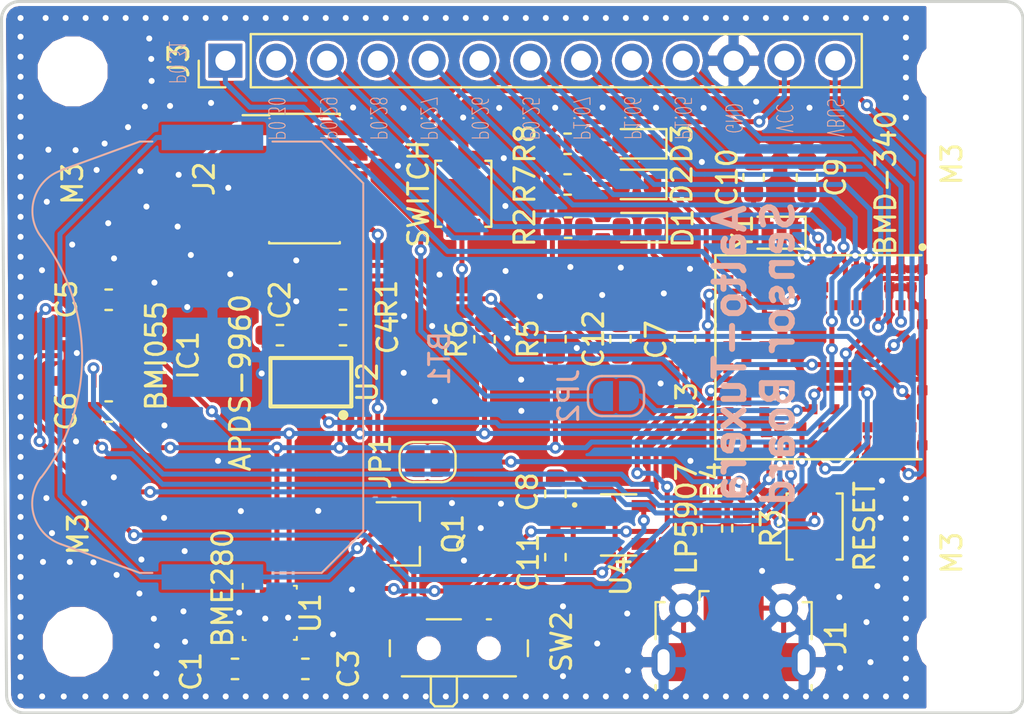
<source format=kicad_pcb>
(kicad_pcb (version 20171130) (host pcbnew 5.0.0-fee4fd1~65~ubuntu18.04.1)
  (title_block (title SensorBoard) (date 2018-07-24) (rev 2) (company Aalto-Tuxera))
  (layers (0 F.Cu signal) (31 B.Cu signal) (34 B.Paste user) (35 F.Paste user) (36 B.SilkS user) (37 F.SilkS user) (38 B.Mask user) (39 F.Mask user) (44 Edge.Cuts user))
  (net 0 "")
  (net 1 /VCC)
  (net 2 /VBUS)
  (net 3 /XTAL1)
  (net 4 /XTAL2)
  (net 5 "Net-(D1-Pad2)")
  (net 6 /INT2A)
  (net 7 "Net-(IC1-Pad5)")
  (net 8 /SCL)
  (net 9 /SDA)
  (net 10 /INT1G)
  (net 11 /INT2G)
  (net 12 "Net-(IC1-Pad14)")
  (net 13 /INT1A)
  (net 14 "Net-(J1-Pad4)")
  (net 15 /RST)
  (net 16 /SWO)
  (net 17 /P0.31)
  (net 18 /P0.30)
  (net 19 /P0.29)
  (net 20 /P0.28)
  (net 21 /P0.27)
  (net 22 /D+)
  (net 23 /D-)
  (net 24 /INTL)
  (net 25 "Net-(U2-Pad3)")
  (net 26 "Net-(U3-Pad15)")
  (net 27 "Net-(U3-Pad19)")
  (net 28 "Net-(U3-Pad20)")
  (net 29 "Net-(U3-Pad21)")
  (net 30 "Net-(U3-Pad23)")
  (net 31 "Net-(U3-Pad25)")
  (net 32 "Net-(U3-Pad27)")
  (net 33 "Net-(U3-Pad28)")
  (net 34 "Net-(U3-Pad36)")
  (net 35 "Net-(U3-Pad51)")
  (net 36 "Net-(U3-Pad52)")
  (net 37 "Net-(U3-Pad53)")
  (net 38 "Net-(U3-Pad54)")
  (net 39 "Net-(U3-Pad57)")
  (net 40 "Net-(U3-Pad58)")
  (net 41 "Net-(U3-Pad59)")
  (net 42 "Net-(U3-Pad60)")
  (net 43 "Net-(U3-Pad64)")
  (net 44 /P1.07)
  (net 45 /P1.06)
  (net 46 /P1.05)
  (net 47 "Net-(U3-Pad40)")
  (net 48 "Net-(U3-Pad41)")
  (net 49 "Net-(U3-Pad42)")
  (net 50 /-)
  (net 51 /+)
  (net 52 "Net-(BT1-Pad1)")
  (net 53 GNDREF)
  (net 54 "Net-(C4-Pad1)")
  (net 55 /VCCR)
  (net 56 /LED2)
  (net 57 "Net-(D2-Pad2)")
  (net 58 /LED1)
  (net 59 "Net-(D3-Pad2)")
  (net 60 /SWDIO)
  (net 61 /SWCLK)
  (net 62 /VCCB)
  (net 63 "Net-(U3-Pad22)")
  (net 64 "Net-(U3-Pad24)")
  (net 65 "Net-(U3-Pad62)")
  (net 66 "Net-(J2-Pad7)")
  (net 67 "Net-(J2-Pad8)")
  (net 68 /BUTTON1)
  (net 69 "Net-(U3-Pad37)")
  (net 70 "Net-(U3-Pad38)")
  (net 71 /SWO1)
  (net 72 /RST1)
  (module Jumper:SolderJumper-2_P1.3mm_Open_RoundedPad1.0x1.5mm (layer F.Cu) (at 168.36 89.06 180)
    (fp_text reference JP1 (at 2.35 0 270) (layer F.SilkS))
    (fp_text value SolderJumper_2_Open)
    (pad 2 smd custom (at 0.65 0 180) (size 1 0.5) (layers F.Cu F.Mask) (net 72 /RST1) (options (clearance outline) (anchor rect)) (primitives (gr_circle (center 0 0.25) (end 0.5 0.25) (width 0)) (gr_circle (center 0 -0.25) (end 0.5 -0.25) (width 0)) (gr_poly (pts (xy 0 -0.75) (xy -0.5 -0.75) (xy -0.5 0.75) (xy 0 0.75)) (width 0))))
    (pad 1 smd custom (at -0.65 0 180) (size 1 0.5) (layers F.Cu F.Mask) (net 15 /RST) (options (clearance outline) (anchor rect)) (primitives (gr_circle (center 0 0.25) (end 0.5 0.25) (width 0)) (gr_circle (center 0 -0.25) (end 0.5 -0.25) (width 0)) (gr_poly (pts (xy 0 -0.75) (xy 0.5 -0.75) (xy 0.5 0.75) (xy 0 0.75)) (width 0))))
  )
  (module MountingHole:MountingHole_3.2mm_M3 (layer F.Cu) (at 194.564 69.596)
    (fp_text reference M3 (at 0 4.572 90) (layer F.SilkS))
    (fp_text value MountingHole_3.2mm_M3)
    (pad 1 np_thru_hole circle (at 0 0) (size 3.2 3.2) (drill 3.2) (layers *.Cu *.Mask))
  )
  (module APDS-9960:APDS-9960 (layer F.Cu) (at 162.530223 85.068019 270)
    (fp_text reference U2 (at 0 -2.823777 270) (layer F.SilkS))
    (fp_text value APDS-9960 (at 0.021981 3.526223 270) (layer F.SilkS))
    (pad 1 smd rect (at 0.7 -1.455 270) (size 0.6 0.72) (layers F.Cu F.Paste F.Mask) (net 9 /SDA))
    (pad 2 smd rect (at 0.7 -0.485 270) (size 0.6 0.72) (layers F.Cu F.Paste F.Mask) (net 24 /INTL))
    (pad 3 smd rect (at 0.7 0.485 270) (size 0.6 0.72) (layers F.Cu F.Paste F.Mask) (net 25 "Net-(U2-Pad3)"))
    (pad 4 smd rect (at 0.7 1.455 270) (size 0.6 0.72) (layers F.Cu F.Paste F.Mask) (net 25 "Net-(U2-Pad3)"))
    (pad 5 smd rect (at -0.7 1.455 270) (size 0.6 0.72) (layers F.Cu F.Paste F.Mask) (net 1 /VCC))
    (pad 6 smd rect (at -0.7 0.485 270) (size 0.6 0.72) (layers F.Cu F.Paste F.Mask) (net 53 GNDREF))
    (pad 7 smd rect (at -0.7 -0.485 270) (size 0.6 0.72) (layers F.Cu F.Paste F.Mask) (net 8 /SCL))
    (pad 8 smd rect (at -0.7 -1.455 270) (size 0.6 0.72) (layers F.Cu F.Paste F.Mask) (net 54 "Net-(C4-Pad1)"))
  )
  (module Capacitor_SMD:C_0603_1608Metric (layer F.Cu) (at 158.736499 99.397868)
    (fp_text reference C1 (at -2.198 0.127 90) (layer F.SilkS))
    (fp_text value 100nF)
    (pad 1 smd roundrect (at -0.7875 0) (size 0.875 0.95) (layers F.Cu F.Paste F.Mask) (net 1 /VCC))
    (pad 2 smd roundrect (at 0.7875 0) (size 0.875 0.95) (layers F.Cu F.Paste F.Mask) (net 53 GNDREF))
  )
  (module Package_LGA:Bosch_LGA-8_2.5x2.5mm_P0.65mm_ClockwisePinNumbering (layer F.Cu) (at 160.475499 96.594868)
    (fp_text reference U1 (at 2.032 0.014032 90) (layer F.SilkS))
    (fp_text value BME280)
    (pad 4 smd rect (at 0.975 -1.025 90) (size 0.5 0.35) (layers F.Cu F.Paste F.Mask) (net 8 /SCL))
    (pad 3 smd rect (at 0.325 -1.025 90) (size 0.5 0.35) (layers F.Cu F.Paste F.Mask) (net 9 /SDA))
    (pad 2 smd rect (at -0.325 -1.025 90) (size 0.5 0.35) (layers F.Cu F.Paste F.Mask) (net 1 /VCC))
    (pad 1 smd rect (at -0.975 -1.025 90) (size 0.5 0.35) (layers F.Cu F.Paste F.Mask) (net 53 GNDREF))
    (pad 8 smd rect (at -0.975 1.025 90) (size 0.5 0.35) (layers F.Cu F.Paste F.Mask) (net 1 /VCC))
    (pad 7 smd rect (at -0.325 1.025 90) (size 0.5 0.35) (layers F.Cu F.Paste F.Mask) (net 53 GNDREF))
    (pad 6 smd rect (at 0.325 1.025 90) (size 0.5 0.35) (layers F.Cu F.Paste F.Mask) (net 1 /VCC))
    (pad 5 smd rect (at 0.975 1.025 90) (size 0.5 0.35) (layers F.Cu F.Paste F.Mask) (net 53 GNDREF))
  )
  (module Capacitor_SMD:C_0603_1608Metric (layer F.Cu) (at 162.253499 99.397868)
    (fp_text reference C3 (at 2.159 0 90) (layer F.SilkS))
    (fp_text value 100nF)
    (pad 2 smd roundrect (at 0.7875 0) (size 0.875 0.95) (layers F.Cu F.Paste F.Mask) (net 53 GNDREF))
    (pad 1 smd roundrect (at -0.7875 0) (size 0.875 0.95) (layers F.Cu F.Paste F.Mask) (net 1 /VCC))
  )
  (module BMI055:QFN50P300X450X100-16N (layer F.Cu) (at 151.687877 83.740986 90)
    (fp_text reference IC1 (at 0.010986 4.712123 270) (layer F.SilkS))
    (fp_text value BMI055 (at -0.009014 3.112123 270) (layer F.SilkS))
    (pad 1 smd rect (at 1.26498 -1.4987 90) (size 0.675 0.25) (layers F.Cu F.Paste F.Mask) (net 6 /INT2A))
    (pad 2 smd rect (at 1.26498 -0.9987 90) (size 0.675 0.25) (layers F.Cu F.Paste F.Mask))
    (pad 3 smd rect (at 1.26498 -0.4987 90) (size 0.675 0.25) (layers F.Cu F.Paste F.Mask) (net 1 /VCC))
    (pad 4 smd rect (at 1.26498 0.0013 90) (size 0.675 0.25) (layers F.Cu F.Paste F.Mask) (net 53 GNDREF))
    (pad 5 smd rect (at 1.26498 0.5013 90) (size 0.675 0.25) (layers F.Cu F.Paste F.Mask) (net 7 "Net-(IC1-Pad5)"))
    (pad 6 smd rect (at 1.26498 1.0013 90) (size 0.675 0.25) (layers F.Cu F.Paste F.Mask) (net 53 GNDREF))
    (pad 7 smd rect (at 1.26498 1.5013 90) (size 0.675 0.25) (layers F.Cu F.Paste F.Mask) (net 1 /VCC))
    (pad 8 smd rect (at 0.000228 2.01189 180) (size 0.675 0.25) (layers F.Cu F.Paste F.Mask) (net 8 /SCL))
    (pad 9 smd rect (at -1.26184 1.49984 270) (size 0.675 0.25) (layers F.Cu F.Paste F.Mask) (net 9 /SDA))
    (pad 10 smd rect (at -1.26184 0.999841 270) (size 0.675 0.25) (layers F.Cu F.Paste F.Mask) (net 53 GNDREF))
    (pad 11 smd rect (at -1.26184 0.499841 270) (size 0.675 0.25) (layers F.Cu F.Paste F.Mask) (net 1 /VCC))
    (pad 12 smd rect (at -1.26184 -0.000159 270) (size 0.675 0.25) (layers F.Cu F.Paste F.Mask) (net 10 /INT1G))
    (pad 13 smd rect (at -1.26184 -0.500159 270) (size 0.675 0.25) (layers F.Cu F.Paste F.Mask) (net 11 /INT2G))
    (pad 14 smd rect (at -1.26184 -1.00016 270) (size 0.675 0.25) (layers F.Cu F.Paste F.Mask) (net 12 "Net-(IC1-Pad14)"))
    (pad 15 smd rect (at -1.26184 -1.50016 270) (size 0.675 0.25) (layers F.Cu F.Paste F.Mask) (net 53 GNDREF))
    (pad 16 smd rect (at 0.000128 -2.01258 180) (size 0.675 0.25) (layers F.Cu F.Paste F.Mask) (net 13 /INT1A))
  )
  (module Connector_USB:USB_Micro-B_Molex-105017-0001 (layer F.Cu) (at 183.658 97.8225)
    (fp_text reference J1 (at 5.1148 0.0183 90) (layer F.SilkS))
    (fp_text value USB_B_Micro)
    (pad 6 smd rect (at 1 1.2375) (size 1.5 1.9) (layers F.Cu F.Paste F.Mask) (net 53 GNDREF))
    (pad 6 thru_hole circle (at -2.5 -1.4625) (size 1.45 1.45) (drill 0.85) (layers *.Cu *.Mask) (net 53 GNDREF))
    (pad 2 smd rect (at -0.65 -1.4625) (size 0.4 1.35) (layers F.Cu F.Paste F.Mask) (net 50 /-))
    (pad 1 smd rect (at -1.3 -1.4625) (size 0.4 1.35) (layers F.Cu F.Paste F.Mask) (net 2 /VBUS))
    (pad 5 smd rect (at 1.3 -1.4625) (size 0.4 1.35) (layers F.Cu F.Paste F.Mask) (net 53 GNDREF))
    (pad 4 smd rect (at 0.65 -1.4625) (size 0.4 1.35) (layers F.Cu F.Paste F.Mask) (net 14 "Net-(J1-Pad4)"))
    (pad 3 smd rect (at 0 -1.4625) (size 0.4 1.35) (layers F.Cu F.Paste F.Mask) (net 51 /+))
    (pad 6 thru_hole circle (at 2.5 -1.4625) (size 1.45 1.45) (drill 0.85) (layers *.Cu *.Mask) (net 53 GNDREF))
    (pad 6 smd rect (at -1 1.2375) (size 1.5 1.9) (layers F.Cu F.Paste F.Mask) (net 53 GNDREF))
    (pad 6 thru_hole oval (at -3.5 1.2375 180) (size 1.2 1.9) (drill oval 0.6 1.3) (layers *.Cu *.Mask) (net 53 GNDREF))
    (pad 6 thru_hole oval (at 3.5 1.2375) (size 1.2 1.9) (drill oval 0.6 1.3) (layers *.Cu *.Mask) (net 53 GNDREF))
    (pad 6 smd rect (at 2.9 1.2375) (size 1.2 1.9) (layers F.Cu F.Mask) (net 53 GNDREF))
    (pad 6 smd rect (at -2.9 1.2375) (size 1.2 1.9) (layers F.Cu F.Mask) (net 53 GNDREF))
  )
  (module Connector_PinHeader_2.54mm:PinHeader_1x13_P2.54mm_Vertical (layer F.Cu) (at 158.2547 68.9991 90)
    (fp_text reference J3 (at 0 -2.33 90) (layer F.SilkS))
    (fp_text value Conn_01x13)
    (pad 1 thru_hole rect (at 0 0 90) (size 1.7 1.7) (drill 1) (layers *.Cu *.Mask) (net 17 /P0.31))
    (pad 2 thru_hole oval (at 0 2.54 90) (size 1.7 1.7) (drill 1) (layers *.Cu *.Mask) (net 18 /P0.30))
    (pad 3 thru_hole oval (at 0 5.08 90) (size 1.7 1.7) (drill 1) (layers *.Cu *.Mask) (net 19 /P0.29))
    (pad 4 thru_hole oval (at 0 7.62 90) (size 1.7 1.7) (drill 1) (layers *.Cu *.Mask) (net 20 /P0.28))
    (pad 5 thru_hole oval (at 0 10.16 90) (size 1.7 1.7) (drill 1) (layers *.Cu *.Mask) (net 21 /P0.27))
    (pad 6 thru_hole oval (at 0 12.7 90) (size 1.7 1.7) (drill 1) (layers *.Cu *.Mask) (net 8 /SCL))
    (pad 7 thru_hole oval (at 0 15.24 90) (size 1.7 1.7) (drill 1) (layers *.Cu *.Mask) (net 9 /SDA))
    (pad 8 thru_hole oval (at 0 17.78 90) (size 1.7 1.7) (drill 1) (layers *.Cu *.Mask) (net 44 /P1.07))
    (pad 9 thru_hole oval (at 0 20.32 90) (size 1.7 1.7) (drill 1) (layers *.Cu *.Mask) (net 45 /P1.06))
    (pad 10 thru_hole oval (at 0 22.86 90) (size 1.7 1.7) (drill 1) (layers *.Cu *.Mask) (net 46 /P1.05))
    (pad 11 thru_hole oval (at 0 25.4 90) (size 1.7 1.7) (drill 1) (layers *.Cu *.Mask) (net 53 GNDREF))
    (pad 12 thru_hole oval (at 0 27.94 90) (size 1.7 1.7) (drill 1) (layers *.Cu *.Mask) (net 1 /VCC))
    (pad 13 thru_hole oval (at 0 30.48 90) (size 1.7 1.7) (drill 1) (layers *.Cu *.Mask) (net 2 /VBUS))
  )
  (module Button_Switch_SMD:SW_SPST_B3U-1000P (layer F.Cu) (at 187.706 92.28 270)
    (fp_text reference RESET (at 0 -2.5 270) (layer F.SilkS))
    (fp_text value SW_Push)
    (pad 1 smd rect (at -1.7 0 270) (size 0.9 1.7) (layers F.Cu F.Paste F.Mask) (net 15 /RST))
    (pad 2 smd rect (at 1.7 0 270) (size 0.9 1.7) (layers F.Cu F.Paste F.Mask) (net 53 GNDREF))
  )
  (module BMD-340-A-R:RIGADO_BMD-340-A-R (layer F.Cu) (at 190.246 83.82 180)
    (fp_text reference U3 (at 8.9408 -2.2352 270) (layer F.SilkS))
    (fp_text value BMD-340 (at -1.014 8.72 270) (layer F.SilkS))
    (pad 1 smd rect (at -2.85 4.4 180) (size 0.5 0.5) (layers F.Cu F.Paste F.Mask) (net 53 GNDREF))
    (pad 2 smd rect (at -2.3 3.5 180) (size 0.5 0.5) (layers F.Cu F.Paste F.Mask) (net 53 GNDREF))
    (pad 3 smd rect (at -1.75 4.4 180) (size 0.5 0.5) (layers F.Cu F.Paste F.Mask) (net 53 GNDREF))
    (pad 4 smd rect (at -1.2 3.5 180) (size 0.5 0.5) (layers F.Cu F.Paste F.Mask) (net 53 GNDREF))
    (pad 5 smd rect (at -0.65 4.4 180) (size 0.5 0.5) (layers F.Cu F.Paste F.Mask) (net 53 GNDREF))
    (pad 6 smd rect (at -0.1 3.5 180) (size 0.5 0.5) (layers F.Cu F.Paste F.Mask) (net 9 /SDA))
    (pad 7 smd rect (at 0.45 4.4 180) (size 0.5 0.5) (layers F.Cu F.Paste F.Mask) (net 8 /SCL))
    (pad 8 smd rect (at 1 3.5 180) (size 0.5 0.5) (layers F.Cu F.Paste F.Mask) (net 21 /P0.27))
    (pad 9 smd rect (at 1.55 4.4 180) (size 0.5 0.5) (layers F.Cu F.Paste F.Mask) (net 20 /P0.28))
    (pad 10 smd rect (at 2.1 3.5 180) (size 0.5 0.5) (layers F.Cu F.Paste F.Mask) (net 19 /P0.29))
    (pad 11 smd rect (at 2.65 4.4 180) (size 0.5 0.5) (layers F.Cu F.Paste F.Mask) (net 18 /P0.30))
    (pad 12 smd rect (at 3.2 3.5 180) (size 0.5 0.5) (layers F.Cu F.Paste F.Mask) (net 17 /P0.31))
    (pad 13 smd rect (at 3.75 4.4 180) (size 0.5 0.5) (layers F.Cu F.Paste F.Mask) (net 3 /XTAL1))
    (pad 14 smd rect (at 4.3 3.5 180) (size 0.5 0.5) (layers F.Cu F.Paste F.Mask) (net 4 /XTAL2))
    (pad 15 smd rect (at 4.85 4.4 180) (size 0.5 0.5) (layers F.Cu F.Paste F.Mask) (net 26 "Net-(U3-Pad15)"))
    (pad 16 smd rect (at 5.95 4.4 180) (size 0.5 0.5) (layers F.Cu F.Paste F.Mask) (net 53 GNDREF))
    (pad 17 smd rect (at 5.95 3.3 180) (size 0.5 0.5) (layers F.Cu F.Paste F.Mask) (net 1 /VCC))
    (pad 18 smd rect (at 5.05 2.75 180) (size 0.5 0.5) (layers F.Cu F.Paste F.Mask) (net 53 GNDREF))
    (pad 19 smd rect (at 5.95 2.2 180) (size 0.5 0.5) (layers F.Cu F.Paste F.Mask) (net 27 "Net-(U3-Pad19)"))
    (pad 20 smd rect (at 5.05 1.65 180) (size 0.5 0.5) (layers F.Cu F.Paste F.Mask) (net 28 "Net-(U3-Pad20)"))
    (pad 21 smd rect (at 5.95 1.1 180) (size 0.5 0.5) (layers F.Cu F.Paste F.Mask) (net 29 "Net-(U3-Pad21)"))
    (pad 22 smd rect (at 5.05 0.55 180) (size 0.5 0.5) (layers F.Cu F.Paste F.Mask) (net 63 "Net-(U3-Pad22)"))
    (pad 23 smd rect (at 5.95 0 180) (size 0.5 0.5) (layers F.Cu F.Paste F.Mask) (net 30 "Net-(U3-Pad23)"))
    (pad 24 smd rect (at 5.05 -0.55 180) (size 0.5 0.5) (layers F.Cu F.Paste F.Mask) (net 64 "Net-(U3-Pad24)"))
    (pad 25 smd rect (at 5.95 -1.1 180) (size 0.5 0.5) (layers F.Cu F.Paste F.Mask) (net 31 "Net-(U3-Pad25)"))
    (pad 26 smd rect (at 5.05 -1.65 180) (size 0.5 0.5) (layers F.Cu F.Paste F.Mask) (net 68 /BUTTON1))
    (pad 27 smd rect (at 5.95 -2.2 180) (size 0.5 0.5) (layers F.Cu F.Paste F.Mask) (net 32 "Net-(U3-Pad27)"))
    (pad 28 smd rect (at 5.05 -2.75 180) (size 0.5 0.5) (layers F.Cu F.Paste F.Mask) (net 33 "Net-(U3-Pad28)"))
    (pad 29 smd rect (at 5.95 -3.3 180) (size 0.5 0.5) (layers F.Cu F.Paste F.Mask) (net 53 GNDREF))
    (pad 30 smd rect (at 5.95 -4.4 180) (size 0.5 0.5) (layers F.Cu F.Paste F.Mask) (net 53 GNDREF))
    (pad 31 smd rect (at 4.85 -4.4 180) (size 0.5 0.5) (layers F.Cu F.Paste F.Mask) (net 10 /INT1G))
    (pad 32 smd rect (at 4.3 -3.5 180) (size 0.5 0.5) (layers F.Cu F.Paste F.Mask) (net 11 /INT2G))
    (pad 33 smd rect (at 3.75 -4.4 180) (size 0.5 0.5) (layers F.Cu F.Paste F.Mask) (net 13 /INT1A))
    (pad 34 smd rect (at 3.2 -3.5 180) (size 0.5 0.5) (layers F.Cu F.Paste F.Mask) (net 6 /INT2A))
    (pad 35 smd rect (at 2.65 -4.4 180) (size 0.5 0.5) (layers F.Cu F.Paste F.Mask) (net 24 /INTL))
    (pad 36 smd rect (at 2.1 -3.5 180) (size 0.5 0.5) (layers F.Cu F.Paste F.Mask) (net 34 "Net-(U3-Pad36)"))
    (pad 37 smd rect (at 1.55 -4.4 180) (size 0.5 0.5) (layers F.Cu F.Paste F.Mask) (net 69 "Net-(U3-Pad37)"))
    (pad 38 smd rect (at 1 -3.5 180) (size 0.5 0.5) (layers F.Cu F.Paste F.Mask) (net 70 "Net-(U3-Pad38)"))
    (pad 39 smd rect (at 0.45 -4.4 180) (size 0.5 0.5) (layers F.Cu F.Paste F.Mask) (net 15 /RST))
    (pad 40 smd rect (at -0.1 -3.5 180) (size 0.5 0.5) (layers F.Cu F.Paste F.Mask) (net 47 "Net-(U3-Pad40)"))
    (pad 41 smd rect (at -0.65 -4.4 180) (size 0.5 0.5) (layers F.Cu F.Paste F.Mask) (net 48 "Net-(U3-Pad41)"))
    (pad 42 smd rect (at -1.2 -3.5 180) (size 0.5 0.5) (layers F.Cu F.Paste F.Mask) (net 49 "Net-(U3-Pad42)"))
    (pad 43 smd rect (at -1.75 -4.4 180) (size 0.5 0.5) (layers F.Cu F.Paste F.Mask) (net 61 /SWCLK))
    (pad 44 smd rect (at -2.3 -3.5 180) (size 0.5 0.5) (layers F.Cu F.Paste F.Mask) (net 60 /SWDIO))
    (pad 45 smd rect (at -2.85 -4.4 180) (size 0.5 0.5) (layers F.Cu F.Paste F.Mask) (net 53 GNDREF))
    (pad 46 smd rect (at -2.85 -1.65 180) (size 0.5 0.5) (layers F.Cu F.Paste F.Mask) (net 53 GNDREF))
    (pad 47 smd rect (at -2.85 1.65 180) (size 0.5 0.5) (layers F.Cu F.Paste F.Mask) (net 53 GNDREF))
    (pad 48 smd rect (at -1.75 2.6 180) (size 0.5 0.5) (layers F.Cu F.Paste F.Mask) (net 46 /P1.05))
    (pad 49 smd rect (at -0.65 2.6 180) (size 0.5 0.5) (layers F.Cu F.Paste F.Mask) (net 45 /P1.06))
    (pad 50 smd rect (at 0.45 2.6 180) (size 0.5 0.5) (layers F.Cu F.Paste F.Mask) (net 44 /P1.07))
    (pad 51 smd rect (at 1.55 2.6 180) (size 0.5 0.5) (layers F.Cu F.Paste F.Mask) (net 35 "Net-(U3-Pad51)"))
    (pad 52 smd rect (at 2.65 2.6 180) (size 0.5 0.5) (layers F.Cu F.Paste F.Mask) (net 36 "Net-(U3-Pad52)"))
    (pad 53 smd rect (at 4.15 1.1 180) (size 0.5 0.5) (layers F.Cu F.Paste F.Mask) (net 37 "Net-(U3-Pad53)"))
    (pad 54 smd rect (at 4.15 0 180) (size 0.5 0.5) (layers F.Cu F.Paste F.Mask) (net 38 "Net-(U3-Pad54)"))
    (pad 55 smd rect (at 4.15 -1.1 180) (size 0.5 0.5) (layers F.Cu F.Paste F.Mask) (net 53 GNDREF))
    (pad 56 smd rect (at 2.65 -2.6 180) (size 0.5 0.5) (layers F.Cu F.Paste F.Mask) (net 16 /SWO))
    (pad 57 smd rect (at 1.55 -2.6 180) (size 0.5 0.5) (layers F.Cu F.Paste F.Mask) (net 39 "Net-(U3-Pad57)"))
    (pad 58 smd rect (at 0.45 -2.6 180) (size 0.5 0.5) (layers F.Cu F.Paste F.Mask) (net 40 "Net-(U3-Pad58)"))
    (pad 59 smd rect (at -0.65 -2.6 180) (size 0.5 0.5) (layers F.Cu F.Paste F.Mask) (net 41 "Net-(U3-Pad59)"))
    (pad 60 smd rect (at -1.75 -2.6 180) (size 0.5 0.5) (layers F.Cu F.Paste F.Mask) (net 42 "Net-(U3-Pad60)"))
    (pad 61 smd rect (at 6.85 3.85 180) (size 0.5 0.5) (layers F.Cu F.Paste F.Mask) (net 56 /LED2))
    (pad 62 smd rect (at 6.85 2.75 180) (size 0.5 0.5) (layers F.Cu F.Paste F.Mask) (net 65 "Net-(U3-Pad62)"))
    (pad 63 smd rect (at 6.85 1.65 180) (size 0.5 0.5) (layers F.Cu F.Paste F.Mask) (net 58 /LED1))
    (pad 64 smd rect (at 6.85 0.55 180) (size 0.5 0.5) (layers F.Cu F.Paste F.Mask) (net 43 "Net-(U3-Pad64)"))
    (pad 65 smd rect (at 6.85 -0.55 180) (size 0.5 0.5) (layers F.Cu F.Paste F.Mask) (net 1 /VCC))
    (pad 66 smd rect (at 6.85 -1.65 180) (size 0.5 0.5) (layers F.Cu F.Paste F.Mask) (net 2 /VBUS))
    (pad 67 smd rect (at 6.85 -2.75 180) (size 0.5 0.5) (layers F.Cu F.Paste F.Mask) (net 23 /D-))
    (pad 68 smd rect (at 6.85 -3.85 180) (size 0.5 0.5) (layers F.Cu F.Paste F.Mask) (net 22 /D+))
  )
  (module Crystal:Crystal_SMD_TXC_9HT11-2Pin_2.0x1.2mm (layer F.Cu) (at 186.055 77.597 180)
    (fp_text reference Y1 (at 1.9558 0.0254 270) (layer F.SilkS))
    (fp_text value 32.768KHz)
    (pad 1 smd rect (at -0.7 0 180) (size 0.6 1.1) (layers F.Cu F.Paste F.Mask) (net 3 /XTAL1))
    (pad 2 smd rect (at 0.7 0 180) (size 0.6 1.1) (layers F.Cu F.Paste F.Mask) (net 4 /XTAL2))
  )
  (module MountingHole:MountingHole_3.2mm_M3 (layer F.Cu) (at 150.622 69.5325)
    (fp_text reference M3 (at -0.002 5.6175 90) (layer F.SilkS))
    (fp_text value MountingHole_3.2mm_M3)
    (pad 1 np_thru_hole circle (at 0 0) (size 3.2 3.2) (drill 3.2) (layers *.Cu *.Mask))
  )
  (module MountingHole:MountingHole_3.2mm_M3 (layer F.Cu) (at 194.564 98.044)
    (fp_text reference M3 (at 0 -4.445 90) (layer F.SilkS))
    (fp_text value MountingHole_3.2mm_M3)
    (pad 1 np_thru_hole circle (at 0 0) (size 3.2 3.2) (drill 3.2) (layers *.Cu *.Mask))
  )
  (module MountingHole:MountingHole_3.2mm_M3 (layer F.Cu) (at 150.876 98.044)
    (fp_text reference M3 (at 0.024 -5.384 90) (layer F.SilkS))
    (fp_text value MountingHole_3.2mm_M3)
    (pad 1 np_thru_hole circle (at 0 0) (size 3.2 3.2) (drill 3.2) (layers *.Cu *.Mask))
  )
  (module LP5907MFX-3.3_NOPB:SOT95P280X145-5N (layer F.Cu) (at 177.912 92.202)
    (fp_text reference U4 (at 0.118 2.558 90) (layer F.SilkS))
    (fp_text value LP5907 (at 3.388 -0.322 90) (layer F.SilkS))
    (pad 1 smd rect (at -1.255 -0.95 270) (size 0.59 1.21) (layers F.Cu F.Paste F.Mask) (net 2 /VBUS))
    (pad 4 smd rect (at 1.255 0.95 270) (size 0.59 1.21) (layers F.Cu F.Paste F.Mask))
    (pad 2 smd rect (at -1.255 0 270) (size 0.59 1.21) (layers F.Cu F.Paste F.Mask) (net 53 GNDREF))
    (pad 3 smd rect (at -1.255 0.95 270) (size 0.59 1.21) (layers F.Cu F.Paste F.Mask) (net 2 /VBUS))
    (pad 5 smd rect (at 1.255 -0.95 270) (size 0.59 1.21) (layers F.Cu F.Paste F.Mask) (net 55 /VCCR))
  )
  (module Capacitor_SMD:C_0603_1608Metric (layer F.Cu) (at 160.983223 82.717019)
    (fp_text reference C2 (at 0.001977 -1.741819 90) (layer F.SilkS))
    (fp_text value 100nF)
    (pad 1 smd roundrect (at -0.7875 0) (size 0.875 0.95) (layers F.Cu F.Paste F.Mask) (net 1 /VCC))
    (pad 2 smd roundrect (at 0.7875 0) (size 0.875 0.95) (layers F.Cu F.Paste F.Mask) (net 53 GNDREF))
  )
  (module Capacitor_SMD:C_0603_1608Metric (layer F.Cu) (at 164.132723 82.717019 180)
    (fp_text reference C4 (at -2.237277 0.014619 270) (layer F.SilkS))
    (fp_text value 100nF)
    (pad 1 smd roundrect (at -0.7875 0 180) (size 0.875 0.95) (layers F.Cu F.Paste F.Mask) (net 54 "Net-(C4-Pad1)"))
    (pad 2 smd roundrect (at 0.7875 0 180) (size 0.875 0.95) (layers F.Cu F.Paste F.Mask) (net 53 GNDREF))
  )
  (module Capacitor_SMD:C_0603_1608Metric (layer F.Cu) (at 152.424377 80.946986 180)
    (fp_text reference C5 (at 2.104377 0.016986 270) (layer F.SilkS))
    (fp_text value 100nF)
    (pad 2 smd roundrect (at 0.7875 0 180) (size 0.875 0.95) (layers F.Cu F.Paste F.Mask) (net 53 GNDREF))
    (pad 1 smd roundrect (at -0.7875 0 180) (size 0.875 0.95) (layers F.Cu F.Paste F.Mask) (net 1 /VCC))
  )
  (module Capacitor_SMD:C_0603_1608Metric (layer F.Cu) (at 152.424377 86.534986)
    (fp_text reference C6 (at -2.124377 -0.014986 90) (layer F.SilkS))
    (fp_text value 100nF)
    (pad 1 smd roundrect (at -0.7875 0) (size 0.875 0.95) (layers F.Cu F.Paste F.Mask) (net 1 /VCC))
    (pad 2 smd roundrect (at 0.7875 0) (size 0.875 0.95) (layers F.Cu F.Paste F.Mask) (net 53 GNDREF))
  )
  (module Capacitor_SMD:C_0603_1608Metric (layer F.Cu) (at 181.229 82.9183 270)
    (fp_text reference C7 (at 0.0255 1.4478 270) (layer F.SilkS))
    (fp_text value 4,7uF)
    (pad 1 smd roundrect (at -0.7875 0 270) (size 0.875 0.95) (layers F.Cu F.Paste F.Mask) (net 53 GNDREF))
    (pad 2 smd roundrect (at 0.7875 0 270) (size 0.875 0.95) (layers F.Cu F.Paste F.Mask) (net 1 /VCC))
  )
  (module Capacitor_SMD:C_0603_1608Metric (layer F.Cu) (at 174.752 90.6525 270)
    (fp_text reference C8 (at -0.1015 1.397 270) (layer F.SilkS))
    (fp_text value 4,7uF)
    (pad 1 smd roundrect (at -0.7875 0 270) (size 0.875 0.95) (layers F.Cu F.Paste F.Mask) (net 2 /VBUS))
    (pad 2 smd roundrect (at 0.7875 0 270) (size 0.875 0.95) (layers F.Cu F.Paste F.Mask) (net 53 GNDREF))
  )
  (module Capacitor_SMD:C_0603_1608Metric (layer F.Cu) (at 187.325 74.842 270)
    (fp_text reference C9 (at -0.0136 -1.43 270) (layer F.SilkS))
    (fp_text value 12,5pF)
    (pad 2 smd roundrect (at 0.7875 0 270) (size 0.875 0.95) (layers F.Cu F.Paste F.Mask) (net 3 /XTAL1))
    (pad 1 smd roundrect (at -0.7875 0 270) (size 0.875 0.95) (layers F.Cu F.Paste F.Mask) (net 53 GNDREF))
  )
  (module Capacitor_SMD:C_0603_1608Metric (layer F.Cu) (at 184.658 74.8285 270)
    (fp_text reference C10 (at -0.0001 1.3208 270) (layer F.SilkS))
    (fp_text value 12,5pF)
    (pad 1 smd roundrect (at -0.7875 0 270) (size 0.875 0.95) (layers F.Cu F.Paste F.Mask) (net 53 GNDREF))
    (pad 2 smd roundrect (at 0.7875 0 270) (size 0.875 0.95) (layers F.Cu F.Paste F.Mask) (net 4 /XTAL2))
  )
  (module Capacitor_SMD:C_0603_1608Metric (layer F.Cu) (at 174.752 93.814 90)
    (fp_text reference C11 (at -0.266 -1.352 90) (layer F.SilkS))
    (fp_text value 10uF)
    (pad 2 smd roundrect (at 0.7875 0 90) (size 0.875 0.95) (layers F.Cu F.Paste F.Mask) (net 53 GNDREF))
    (pad 1 smd roundrect (at -0.7875 0 90) (size 0.875 0.95) (layers F.Cu F.Paste F.Mask) (net 55 /VCCR))
  )
  (module Resistor_SMD:R_0603_1608Metric (layer F.Cu) (at 164.132723 80.939019 180)
    (fp_text reference R1 (at -2.186477 0.014619 270) (layer F.SilkS))
    (fp_text value 22)
    (pad 1 smd roundrect (at -0.7875 0 180) (size 0.875 0.95) (layers F.Cu F.Paste F.Mask) (net 54 "Net-(C4-Pad1)"))
    (pad 2 smd roundrect (at 0.7875 0 180) (size 0.875 0.95) (layers F.Cu F.Paste F.Mask) (net 1 /VCC))
  )
  (module Resistor_SMD:R_0603_1608Metric (layer F.Cu) (at 175.387 77.343)
    (fp_text reference R2 (at -2.167 -0.013 90) (layer F.SilkS))
    (fp_text value 1k)
    (pad 2 smd roundrect (at 0.7875 0) (size 0.875 0.95) (layers F.Cu F.Paste F.Mask) (net 5 "Net-(D1-Pad2)"))
    (pad 1 smd roundrect (at -0.7875 0) (size 0.875 0.95) (layers F.Cu F.Paste F.Mask) (net 1 /VCC))
  )
  (module Resistor_SMD:R_0603_1608Metric (layer F.Cu) (at 184.0992 92.368 270)
    (fp_text reference R3 (at 0 -1.43 270) (layer F.SilkS))
    (fp_text value 27)
    (pad 2 smd roundrect (at 0.7875 0 270) (size 0.875 0.95) (layers F.Cu F.Paste F.Mask) (net 51 /+))
    (pad 1 smd roundrect (at -0.7875 0 270) (size 0.875 0.95) (layers F.Cu F.Paste F.Mask) (net 22 /D+))
  )
  (module Resistor_SMD:R_0603_1608Metric (layer F.Cu) (at 182.5752 92.3797 270)
    (fp_text reference R4 (at -2.3621 0 270) (layer F.SilkS))
    (fp_text value 27)
    (pad 1 smd roundrect (at -0.7875 0 270) (size 0.875 0.95) (layers F.Cu F.Paste F.Mask) (net 23 /D-))
    (pad 2 smd roundrect (at 0.7875 0 270) (size 0.875 0.95) (layers F.Cu F.Paste F.Mask) (net 50 /-))
  )
  (module Resistor_SMD:R_0603_1608Metric (layer F.Cu) (at 174.752 82.9182 270)
    (fp_text reference R5 (at -0.0136 1.3716 270) (layer F.SilkS))
    (fp_text value 4,7k)
    (pad 2 smd roundrect (at 0.7875 0 270) (size 0.875 0.95) (layers F.Cu F.Paste F.Mask) (net 9 /SDA))
    (pad 1 smd roundrect (at -0.7875 0 270) (size 0.875 0.95) (layers F.Cu F.Paste F.Mask) (net 1 /VCC))
  )
  (module Resistor_SMD:R_0603_1608Metric (layer F.Cu) (at 171.2087 82.9184 270)
    (fp_text reference R6 (at 0.0009 1.397 270) (layer F.SilkS))
    (fp_text value 4,7k)
    (pad 1 smd roundrect (at -0.7875 0 270) (size 0.875 0.95) (layers F.Cu F.Paste F.Mask) (net 1 /VCC))
    (pad 2 smd roundrect (at 0.7875 0 270) (size 0.875 0.95) (layers F.Cu F.Paste F.Mask) (net 8 /SCL))
  )
  (module LED_SMD:LED_0603_1608Metric (layer F.Cu) (at 178.8415 77.343 180)
    (fp_text reference D1 (at -2.286 -0.0254 270) (layer F.SilkS))
    (fp_text value LED)
    (pad 1 smd roundrect (at -0.7875 0 180) (size 0.875 0.95) (layers F.Cu F.Paste F.Mask) (net 58 /LED1))
    (pad 2 smd roundrect (at 0.7875 0 180) (size 0.875 0.95) (layers F.Cu F.Paste F.Mask) (net 5 "Net-(D1-Pad2)"))
  )
  (module LED_SMD:LED_0603_1608Metric (layer F.Cu) (at 178.816 75.184 180)
    (fp_text reference D2 (at -2.2605 0 270) (layer F.SilkS))
    (fp_text value LED)
    (pad 2 smd roundrect (at 0.7875 0 180) (size 0.875 0.95) (layers F.Cu F.Paste F.Mask) (net 57 "Net-(D2-Pad2)"))
    (pad 1 smd roundrect (at -0.7875 0 180) (size 0.875 0.95) (layers F.Cu F.Paste F.Mask) (net 56 /LED2))
  )
  (module LED_SMD:LED_0603_1608Metric (layer F.Cu) (at 178.816 73.152 180)
    (fp_text reference D3 (at -2.2605 0 270) (layer F.SilkS))
    (fp_text value "LED POWER")
    (pad 1 smd roundrect (at -0.7875 0 180) (size 0.875 0.95) (layers F.Cu F.Paste F.Mask) (net 53 GNDREF))
    (pad 2 smd roundrect (at 0.7875 0 180) (size 0.875 0.95) (layers F.Cu F.Paste F.Mask) (net 59 "Net-(D3-Pad2)"))
  )
  (module Package_TO_SOT_SMD:SOT-23 (layer F.Cu) (at 167.2176 92.649)
    (fp_text reference Q1 (at 2.4224 0 90) (layer F.SilkS))
    (fp_text value TP0610T)
    (pad 1 smd rect (at -1 -0.95) (size 0.9 0.8) (layers F.Cu F.Paste F.Mask) (net 53 GNDREF))
    (pad 2 smd rect (at -1 0.95) (size 0.9 0.8) (layers F.Cu F.Paste F.Mask) (net 62 /VCCB))
    (pad 3 smd rect (at 1 0) (size 0.9 0.8) (layers F.Cu F.Paste F.Mask) (net 52 "Net-(BT1-Pad1)"))
  )
  (module Resistor_SMD:R_0603_1608Metric (layer F.Cu) (at 175.3615 75.184)
    (fp_text reference R7 (at -2.1335 0 90) (layer F.SilkS))
    (fp_text value 1k)
    (pad 1 smd roundrect (at -0.7875 0) (size 0.875 0.95) (layers F.Cu F.Paste F.Mask) (net 1 /VCC))
    (pad 2 smd roundrect (at 0.7875 0) (size 0.875 0.95) (layers F.Cu F.Paste F.Mask) (net 57 "Net-(D2-Pad2)"))
  )
  (module Resistor_SMD:R_0603_1608Metric (layer F.Cu) (at 175.3615 73.152)
    (fp_text reference R8 (at -2.1335 0 90) (layer F.SilkS))
    (fp_text value 1k)
    (pad 2 smd roundrect (at 0.7875 0) (size 0.875 0.95) (layers F.Cu F.Paste F.Mask) (net 59 "Net-(D3-Pad2)"))
    (pad 1 smd roundrect (at -0.7875 0) (size 0.875 0.95) (layers F.Cu F.Paste F.Mask) (net 1 /VCC))
  )
  (module Button_Switch_SMD:SW_SPDT_PCM12 (layer F.Cu) (at 169.926 98.0389)
    (fp_text reference SW2 (at 5.1308 0 90) (layer F.SilkS))
    (fp_text value SW_SPDT)
    (pad "" np_thru_hole circle (at -1.5 0.33) (size 0.9 0.9) (drill 0.9) (layers *.Cu *.Mask))
    (pad "" np_thru_hole circle (at 1.5 0.33) (size 0.9 0.9) (drill 0.9) (layers *.Cu *.Mask))
    (pad 1 smd rect (at -2.25 -1.43) (size 0.7 1.5) (layers F.Cu F.Paste F.Mask) (net 62 /VCCB))
    (pad 2 smd rect (at 0.75 -1.43) (size 0.7 1.5) (layers F.Cu F.Paste F.Mask) (net 1 /VCC))
    (pad 3 smd rect (at 2.25 -1.43) (size 0.7 1.5) (layers F.Cu F.Paste F.Mask) (net 55 /VCCR))
    (pad "" smd rect (at -3.65 1.43) (size 1 0.8) (layers F.Cu F.Paste F.Mask))
    (pad "" smd rect (at 3.65 1.43) (size 1 0.8) (layers F.Cu F.Paste F.Mask))
    (pad "" smd rect (at 3.65 -0.78) (size 1 0.8) (layers F.Cu F.Paste F.Mask))
    (pad "" smd rect (at -3.65 -0.78) (size 1 0.8) (layers F.Cu F.Paste F.Mask))
  )
  (module Battery:BatteryHolder_Keystone_3034_1x20mm (layer B.Cu) (at 157.607 83.82 90)
    (fp_text reference BT1 (at -0.06 11.353 90) (layer B.SilkS) (effects (justify mirror)))
    (fp_text value Battery_Cell)
    (pad 2 smd rect (at 0 0 90) (size 3.96 3.96) (layers B.Cu B.Paste B.Mask) (net 53 GNDREF))
    (pad 1 smd rect (at 10.985 0 90) (size 1.27 5.08) (layers B.Cu B.Paste B.Mask) (net 52 "Net-(BT1-Pad1)"))
    (pad 1 smd rect (at -10.985 0 90) (size 1.27 5.08) (layers B.Cu B.Paste B.Mask) (net 52 "Net-(BT1-Pad1)"))
  )
  (module Capacitor_SMD:C_0603_1608Metric (layer F.Cu) (at 178.0032 82.9183 90)
    (fp_text reference C12 (at 0.0083 -1.3432 90) (layer F.SilkS))
    (fp_text value 100nF)
    (pad 1 smd roundrect (at -0.7875 0 90) (size 0.875 0.95) (layers F.Cu F.Paste F.Mask) (net 1 /VCC))
    (pad 2 smd roundrect (at 0.7875 0 90) (size 0.875 0.95) (layers F.Cu F.Paste F.Mask) (net 53 GNDREF))
  )
  (module Connector_PinHeader_1.27mm:PinHeader_2x05_P1.27mm_Vertical_SMD (layer F.Cu) (at 162.2102 74.8919)
    (fp_text reference J2 (at -5.0096 0.0127 90) (layer F.SilkS))
    (fp_text value Conn_02x05_Odd_Even)
    (pad 1 smd rect (at -1.95 -2.54) (size 2.4 0.74) (layers F.Cu F.Paste F.Mask) (net 1 /VCC))
    (pad 2 smd rect (at 1.95 -2.54) (size 2.4 0.74) (layers F.Cu F.Paste F.Mask) (net 60 /SWDIO))
    (pad 3 smd rect (at -1.95 -1.27) (size 2.4 0.74) (layers F.Cu F.Paste F.Mask) (net 53 GNDREF))
    (pad 4 smd rect (at 1.95 -1.27) (size 2.4 0.74) (layers F.Cu F.Paste F.Mask) (net 61 /SWCLK))
    (pad 5 smd rect (at -1.95 0) (size 2.4 0.74) (layers F.Cu F.Paste F.Mask) (net 53 GNDREF))
    (pad 6 smd rect (at 1.95 0) (size 2.4 0.74) (layers F.Cu F.Paste F.Mask) (net 71 /SWO1))
    (pad 7 smd rect (at -1.95 1.27) (size 2.4 0.74) (layers F.Cu F.Paste F.Mask) (net 66 "Net-(J2-Pad7)"))
    (pad 8 smd rect (at 1.95 1.27) (size 2.4 0.74) (layers F.Cu F.Paste F.Mask) (net 67 "Net-(J2-Pad8)"))
    (pad 9 smd rect (at -1.95 2.54) (size 2.4 0.74) (layers F.Cu F.Paste F.Mask) (net 53 GNDREF))
    (pad 10 smd rect (at 1.95 2.54) (size 2.4 0.74) (layers F.Cu F.Paste F.Mask) (net 72 /RST1))
  )
  (module Button_Switch_SMD:SW_SPST_B3U-1000P (layer F.Cu) (at 170.15 75.65 270)
    (fp_text reference SWITCH (at 0 2.24 270) (layer F.SilkS))
    (fp_text value SW_Push)
    (pad 1 smd rect (at -1.7 0 270) (size 0.9 1.7) (layers F.Cu F.Paste F.Mask) (net 53 GNDREF))
    (pad 2 smd rect (at 1.7 0 270) (size 0.9 1.7) (layers F.Cu F.Paste F.Mask) (net 68 /BUTTON1))
  )
  (module Jumper:SolderJumper-2_P1.3mm_Open_RoundedPad1.0x1.5mm (layer B.Cu) (at 177.78 85.76 180)
    (fp_text reference JP2 (at 2.37 0 270) (layer B.SilkS) (effects (justify mirror)))
    (fp_text value SolderJumper_2_Open)
    (pad 1 smd custom (at -0.65 0 180) (size 1 0.5) (layers B.Cu B.Mask) (net 16 /SWO) (options (clearance outline) (anchor rect)) (primitives (gr_circle (center 0 -0.25) (end 0.5 -0.25) (width 0)) (gr_circle (center 0 0.25) (end 0.5 0.25) (width 0)) (gr_poly (pts (xy 0 0.75) (xy 0.5 0.75) (xy 0.5 -0.75) (xy 0 -0.75)) (width 0))))
    (pad 2 smd custom (at 0.65 0 180) (size 1 0.5) (layers B.Cu B.Mask) (net 71 /SWO1) (options (clearance outline) (anchor rect)) (primitives (gr_circle (center 0 -0.25) (end 0.5 -0.25) (width 0)) (gr_circle (center 0 0.25) (end 0.5 0.25) (width 0)) (gr_poly (pts (xy 0 0.75) (xy -0.5 0.75) (xy -0.5 -0.75) (xy 0 -0.75)) (width 0))))
  )
  (gr_text BME280 (at 158.12 95.36 90) (layer F.SilkS) (effects (font (size 1 1))))
  (gr_text "Aalto-Tuxera\nSensor Board\n" (at 184.68 83.65 90) (layer B.SilkS) (effects (font (size 1.5 1.5) (thickness 0.3)) (justify mirror)))
  (gr_text VBUS (at 188.73 71.84 270) (layer B.SilkS) (effects (font (size 0.8128 0.508) (thickness 0.0508)) (justify mirror)))
  (gr_text VCC (at 186.18 71.86 270) (layer B.SilkS) (effects (font (size 0.8128 0.508) (thickness 0.0508)) (justify mirror)))
  (gr_text GND (at 183.65 71.88 270) (layer B.SilkS) (effects (font (size 0.8128 0.508) (thickness 0.0508)) (justify mirror)))
  (gr_text P1.05 (at 181.11 71.86 270) (layer B.SilkS) (effects (font (size 0.8128 0.508) (thickness 0.0508)) (justify mirror)))
  (gr_text P1.06 (at 178.58 71.86 270) (layer B.SilkS) (effects (font (size 0.8128 0.508) (thickness 0.0508)) (justify mirror)))
  (gr_text P1.07 (at 176.04 71.88 270) (layer B.SilkS) (effects (font (size 0.8128 0.508) (thickness 0.0508)) (justify mirror)))
  (gr_text P0.25 (at 173.5 71.88 270) (layer B.SilkS) (effects (font (size 0.8128 0.508) (thickness 0.0508)) (justify mirror)))
  (gr_text P0.26 (at 170.96 71.88 270) (layer B.SilkS) (effects (font (size 0.8128 0.508) (thickness 0.0508)) (justify mirror)))
  (gr_text P0.27 (at 168.402 71.89 270) (layer B.SilkS) (effects (font (size 0.8128 0.508) (thickness 0.0508)) (justify mirror)))
  (gr_text P0.28 (at 165.89 71.88 270) (layer B.SilkS) (effects (font (size 0.8128 0.508) (thickness 0.0508)) (justify mirror)))
  (gr_text P0.29 (at 163.39 71.88 270) (layer B.SilkS) (effects (font (size 0.8128 0.508) (thickness 0.0508)) (justify mirror)))
  (gr_text P0.30 (at 160.8 71.89 270) (layer B.SilkS) (effects (font (size 0.8128 0.508) (thickness 0.0508)) (justify mirror)))
  (gr_text P0.31 (at 155.83 69.07 270) (layer B.SilkS) (effects (font (size 0.8128 0.508) (thickness 0.0508)) (justify mirror)))
  (gr_line (start 198.12 66.929) (end 198.12 100.838) (layer Edge.Cuts) (width 0.15))
  (gr_line (start 148.209 101.6) (end 197.358 101.6) (layer Edge.Cuts) (width 0.15))
  (gr_line (start 147.066 66.929) (end 147.32 100.711) (layer Edge.Cuts) (width 0.15))
  (gr_line (start 197.231 66.04) (end 147.955 66.04) (layer Edge.Cuts) (width 0.15))
  (gr_arc (start 148.209 100.711) (end 147.32 100.711) (angle -90) (layer Edge.Cuts) (width 0.15))
  (gr_arc (start 147.955 66.929) (end 147.955 66.04) (angle -90) (layer Edge.Cuts) (width 0.15))
  (gr_arc (start 197.358 100.838) (end 197.358 101.6) (angle -90) (layer Edge.Cuts) (width 0.15))
  (gr_arc (start 197.231 66.929) (end 198.12 66.929) (angle -90) (layer Edge.Cuts) (width 0.15))
  (segment (start 178.286 92.527) (end 178.286 92.456) (width 0.25) (layer B.Cu) (net 1))
  (via (at 178.286 92.527) (size 0.6) (drill 0.3) (layers F.Cu B.Cu) (net 1))
  (via (at 180.34 90.297) (size 0.6) (drill 0.3) (layers F.Cu B.Cu) (net 1))
  (segment (start 183.354 84.328) (end 183.396 84.37) (width 0.25) (layer F.Cu) (net 1))
  (segment (start 161.465999 98.785368) (end 161.465999 99.397868) (width 0.25) (layer F.Cu) (net 1))
  (segment (start 160.800499 97.619868) (end 160.800499 98.119868) (width 0.25) (layer F.Cu) (net 1))
  (segment (start 160.800499 98.119868) (end 161.465999 98.785368) (width 0.25) (layer F.Cu) (net 1))
  (segment (start 158.410367 98.3615) (end 159.258867 98.3615) (width 0.25) (layer F.Cu) (net 1))
  (segment (start 159.500499 98.119868) (end 159.500499 97.619868) (width 0.25) (layer F.Cu) (net 1))
  (segment (start 157.948999 98.822868) (end 158.410367 98.3615) (width 0.25) (layer F.Cu) (net 1))
  (segment (start 159.258867 98.3615) (end 159.500499 98.119868) (width 0.25) (layer F.Cu) (net 1))
  (segment (start 157.948999 99.397868) (end 157.948999 98.822868) (width 0.25) (layer F.Cu) (net 1))
  (segment (start 159.500499 97.619868) (end 159.500499 96.569601) (width 0.25) (layer F.Cu) (net 1))
  (segment (start 160.150499 96.300601) (end 160.150499 95.569868) (width 0.25) (layer F.Cu) (net 1))
  (segment (start 160.1216 96.3295) (end 160.150499 96.300601) (width 0.25) (layer F.Cu) (net 1))
  (segment (start 159.7406 96.3295) (end 160.1216 96.3295) (width 0.25) (layer F.Cu) (net 1))
  (segment (start 159.500499 96.569601) (end 159.7406 96.3295) (width 0.25) (layer F.Cu) (net 1))
  (segment (start 160.1216 96.3295) (end 160.6296 96.3295) (width 0.25) (layer F.Cu) (net 1))
  (segment (start 160.800499 96.500399) (end 160.800499 97.619868) (width 0.25) (layer F.Cu) (net 1))
  (segment (start 160.6296 96.3295) (end 160.800499 96.500399) (width 0.25) (layer F.Cu) (net 1))
  (segment (start 153.189177 80.969686) (end 153.211877 80.946986) (width 0.25) (layer F.Cu) (net 1))
  (segment (start 153.189177 82.476006) (end 153.189177 80.969686) (width 0.25) (layer F.Cu) (net 1))
  (segment (start 160.195723 83.292019) (end 160.195723 82.717019) (width 0.25) (layer F.Cu) (net 1))
  (segment (start 160.469704 83.566) (end 160.195723 83.292019) (width 0.25) (layer F.Cu) (net 1))
  (segment (start 160.823204 83.566) (end 160.469704 83.566) (width 0.25) (layer F.Cu) (net 1))
  (segment (start 161.075223 83.818019) (end 160.823204 83.566) (width 0.25) (layer F.Cu) (net 1))
  (segment (start 161.075223 84.368019) (end 161.075223 83.818019) (width 0.25) (layer F.Cu) (net 1))
  (segment (start 163.345223 79.779223) (end 163.322 79.756) (width 0.25) (layer F.Cu) (net 1))
  (segment (start 163.345223 80.939019) (end 163.345223 79.779223) (width 0.25) (layer F.Cu) (net 1))
  (segment (start 160.195723 79.773317) (end 160.21304 79.756) (width 0.25) (layer F.Cu) (net 1))
  (segment (start 160.195723 82.717019) (end 160.195723 79.773317) (width 0.25) (layer F.Cu) (net 1))
  (segment (start 163.322 79.756) (end 160.21304 79.756) (width 0.25) (layer F.Cu) (net 1))
  (segment (start 174.574 73.152) (end 174.574 74.16) (width 0.25) (layer F.Cu) (net 1))
  (segment (start 174.574 77.3175) (end 174.5995 77.343) (width 0.25) (layer F.Cu) (net 1))
  (segment (start 174.574 75.184) (end 174.574 77.3175) (width 0.25) (layer F.Cu) (net 1))
  (segment (start 152.187718 85.984145) (end 151.636877 86.534986) (width 0.25) (layer F.Cu) (net 1))
  (segment (start 152.187718 85.002826) (end 152.187718 85.984145) (width 0.25) (layer F.Cu) (net 1))
  (via (at 182.372 82.227001) (size 0.6) (drill 0.3) (layers F.Cu B.Cu) (net 1))
  (segment (start 182.372 82.227001) (end 182.372 80.990141) (width 0.25) (layer B.Cu) (net 1))
  (segment (start 182.992398 80.52) (end 182.842135 80.520006) (width 0.25) (layer F.Cu) (net 1))
  (segment (start 183.133998 80.520006) (end 183.134 80.520004) (width 0.25) (layer F.Cu) (net 1))
  (segment (start 182.842135 80.520006) (end 183.133998 80.520006) (width 0.25) (layer F.Cu) (net 1))
  (segment (start 183.134 80.520004) (end 184.296 80.52) (width 0.25) (layer F.Cu) (net 1))
  (segment (start 174.5995 77.918) (end 174.5996 77.9181) (width 0.25) (layer F.Cu) (net 1))
  (segment (start 174.5995 77.343) (end 174.5995 77.918) (width 0.25) (layer F.Cu) (net 1))
  (segment (start 166.072736 95.377) (end 165.227 96.222736) (width 0.25) (layer F.Cu) (net 1))
  (segment (start 166.6494 95.377) (end 166.072736 95.377) (width 0.25) (layer F.Cu) (net 1))
  (segment (start 165.227 96.222736) (end 165.227 99.203525) (width 0.25) (layer F.Cu) (net 1))
  (segment (start 153.189177 83.063506) (end 152.940683 83.312) (width 0.25) (layer F.Cu) (net 1))
  (segment (start 153.189177 82.476006) (end 153.189177 83.063506) (width 0.25) (layer F.Cu) (net 1))
  (segment (start 151.189177 83.091777) (end 151.189177 82.476006) (width 0.25) (layer F.Cu) (net 1))
  (segment (start 151.4094 83.312) (end 151.189177 83.091777) (width 0.25) (layer F.Cu) (net 1))
  (segment (start 152.215401 83.356001) (end 152.1714 83.312) (width 0.25) (layer F.Cu) (net 1))
  (segment (start 152.187718 84.664644) (end 152.215401 84.636961) (width 0.25) (layer F.Cu) (net 1))
  (segment (start 152.215401 84.636961) (end 152.215401 83.356001) (width 0.25) (layer F.Cu) (net 1))
  (segment (start 152.187718 85.002826) (end 152.187718 84.664644) (width 0.25) (layer F.Cu) (net 1))
  (segment (start 152.940683 83.312) (end 152.1714 83.312) (width 0.25) (layer F.Cu) (net 1))
  (segment (start 152.1714 83.312) (end 151.4094 83.312) (width 0.25) (layer F.Cu) (net 1))
  (segment (start 180.015 92.527) (end 178.286 92.527) (width 0.25) (layer F.Cu) (net 1))
  (segment (start 180.34 90.297) (end 180.34 92.202) (width 0.25) (layer F.Cu) (net 1))
  (segment (start 180.34 92.202) (end 180.015 92.527) (width 0.25) (layer F.Cu) (net 1))
  (via (at 166.6748 95.4024) (size 0.6) (drill 0.3) (layers F.Cu B.Cu) (net 1))
  (segment (start 166.6494 95.377) (end 166.6748 95.4024) (width 0.25) (layer F.Cu) (net 1))
  (segment (start 170.676 96.884) (end 170.688 96.872) (width 0.25) (layer F.Cu) (net 1))
  (via (at 168.7068 95.504) (size 0.6) (drill 0.3) (layers F.Cu B.Cu) (net 1))
  (segment (start 166.7764 95.504) (end 166.6748 95.4024) (width 0.25) (layer B.Cu) (net 1))
  (segment (start 168.7068 95.504) (end 166.7764 95.504) (width 0.25) (layer B.Cu) (net 1))
  (via (at 178.844605 89.618) (size 0.6) (drill 0.3) (layers F.Cu B.Cu) (net 1))
  (segment (start 178.844605 87.982395) (end 178.844605 89.618) (width 0.25) (layer F.Cu) (net 1))
  (segment (start 181.229 84.328) (end 181.229 85.598) (width 0.25) (layer F.Cu) (net 1))
  (segment (start 181.229 85.598) (end 178.844605 87.982395) (width 0.25) (layer F.Cu) (net 1))
  (segment (start 179.661 89.618) (end 180.34 90.297) (width 0.25) (layer B.Cu) (net 1))
  (segment (start 178.844605 89.618) (end 179.661 89.618) (width 0.25) (layer B.Cu) (net 1))
  (segment (start 169.3139 82.1309) (end 171.2087 82.1309) (width 0.25) (layer F.Cu) (net 1))
  (segment (start 163.322 79.756) (end 166.939 79.756) (width 0.25) (layer F.Cu) (net 1))
  (segment (start 166.939 79.756) (end 169.3139 82.1309) (width 0.25) (layer F.Cu) (net 1))
  (segment (start 171.2087 82.1309) (end 171.7837 82.1309) (width 0.25) (layer F.Cu) (net 1))
  (segment (start 174.5995 77.918) (end 174.5995 78.9941) (width 0.25) (layer F.Cu) (net 1))
  (segment (start 174.5995 78.9941) (end 173.0883 80.5053) (width 0.25) (layer F.Cu) (net 1))
  (segment (start 173.0883 80.5053) (end 173.0883 82.1309) (width 0.25) (layer F.Cu) (net 1))
  (segment (start 181.8041 83.7057) (end 182.372 83.7057) (width 0.25) (layer F.Cu) (net 1))
  (segment (start 181.229 83.7058) (end 181.804 83.7058) (width 0.25) (layer F.Cu) (net 1))
  (segment (start 181.804 83.7058) (end 181.8041 83.7057) (width 0.25) (layer F.Cu) (net 1))
  (segment (start 182.372 83.7057) (end 182.372 82.227001) (width 0.25) (layer F.Cu) (net 1))
  (segment (start 182.372 83.846) (end 182.372 83.7057) (width 0.25) (layer F.Cu) (net 1))
  (segment (start 182.896 84.37) (end 182.372 83.846) (width 0.25) (layer F.Cu) (net 1))
  (segment (start 183.396 84.37) (end 182.896 84.37) (width 0.25) (layer F.Cu) (net 1))
  (segment (start 180.654 83.7058) (end 178.0032 83.7058) (width 0.25) (layer F.Cu) (net 1))
  (segment (start 173.0885 82.1307) (end 174.752 82.1307) (width 0.25) (layer F.Cu) (net 1))
  (segment (start 173.0883 82.1309) (end 173.0885 82.1307) (width 0.25) (layer F.Cu) (net 1))
  (segment (start 177.4282 83.7058) (end 177.4281 83.7057) (width 0.25) (layer F.Cu) (net 1))
  (segment (start 178.0032 83.7058) (end 177.4282 83.7058) (width 0.25) (layer F.Cu) (net 1))
  (segment (start 174.752 82.1307) (end 175.5011 82.1307) (width 0.25) (layer F.Cu) (net 1))
  (segment (start 177.0762 83.7058) (end 177.4282 83.7058) (width 0.25) (layer F.Cu) (net 1))
  (segment (start 175.5011 82.1307) (end 177.0762 83.7058) (width 0.25) (layer F.Cu) (net 1))
  (segment (start 158.8102 72.3519) (end 157.0482 74.1139) (width 0.25) (layer F.Cu) (net 1))
  (segment (start 160.2602 72.3519) (end 158.8102 72.3519) (width 0.25) (layer F.Cu) (net 1))
  (segment (start 186.1947 69.4749) (end 186.1947 68.9991) (width 0.25) (layer B.Cu) (net 1))
  (segment (start 174.574 72.577) (end 175.1039 72.0471) (width 0.25) (layer F.Cu) (net 1))
  (segment (start 174.574 73.152) (end 174.574 72.577) (width 0.25) (layer F.Cu) (net 1))
  (segment (start 175.1039 72.0471) (end 184.2262 72.0471) (width 0.25) (layer F.Cu) (net 1))
  (via (at 184.940373 72.044127) (size 0.6) (drill 0.3) (layers F.Cu B.Cu) (net 1))
  (segment (start 184.9374 72.0471) (end 184.940373 72.044127) (width 0.25) (layer F.Cu) (net 1))
  (segment (start 186.1947 70.201181) (end 186.1947 68.9991) (width 0.25) (layer B.Cu) (net 1))
  (segment (start 184.940373 72.044127) (end 185.141499 71.843001) (width 0.25) (layer B.Cu) (net 1))
  (segment (start 184.940373 72.044127) (end 186.1947 70.7898) (width 0.25) (layer B.Cu) (net 1))
  (segment (start 161.465999 99.397868) (end 161.465999 99.972868) (width 0.25) (layer F.Cu) (net 1))
  (segment (start 170.676 95.6089) (end 170.676 96.6089) (width 0.25) (layer F.Cu) (net 1))
  (segment (start 170.5711 95.504) (end 170.676 95.6089) (width 0.25) (layer F.Cu) (net 1))
  (segment (start 168.7068 95.504) (end 170.5711 95.504) (width 0.25) (layer F.Cu) (net 1))
  (segment (start 170.9775 95.0976) (end 170.5711 95.504) (width 0.25) (layer F.Cu) (net 1))
  (segment (start 170.9775 95.0976) (end 170.9775 95.0875) (width 0.25) (layer F.Cu) (net 1))
  (segment (start 170.9775 95.0875) (end 172.3263 93.7387) (width 0.25) (layer F.Cu) (net 1))
  (segment (start 161.465999 99.972868) (end 161.466268 99.972868) (width 0.25) (layer F.Cu) (net 1))
  (segment (start 161.674825 100.181425) (end 164.2491 100.181425) (width 0.25) (layer F.Cu) (net 1))
  (segment (start 161.466268 99.972868) (end 161.674825 100.181425) (width 0.25) (layer F.Cu) (net 1))
  (segment (start 164.2491 100.181425) (end 165.227 99.203525) (width 0.25) (layer F.Cu) (net 1))
  (segment (start 155.857214 80.946986) (end 157.0482 79.756) (width 0.25) (layer F.Cu) (net 1))
  (segment (start 153.211877 80.946986) (end 155.857214 80.946986) (width 0.25) (layer F.Cu) (net 1))
  (segment (start 157.0482 74.1139) (end 157.0482 76.59116) (width 0.25) (layer F.Cu) (net 1))
  (segment (start 157.0482 79.756) (end 157.0482 79.74884) (width 0.25) (layer F.Cu) (net 1))
  (segment (start 157.0482 79.74884) (end 158.62704 78.17) (width 0.25) (layer F.Cu) (net 1))
  (segment (start 157.0482 76.59116) (end 158.62704 78.17) (width 0.25) (layer F.Cu) (net 1))
  (segment (start 158.62704 78.17) (end 160.21304 79.756) (width 0.25) (layer F.Cu) (net 1))
  (segment (start 173.538 92.527) (end 178.286 92.527) (width 0.25) (layer B.Cu) (net 1))
  (via (at 173.538 92.527) (size 0.6) (drill 0.3) (layers F.Cu B.Cu) (net 1))
  (segment (start 174.574 74.16) (end 174.574 75.184) (width 0.25) (layer F.Cu) (net 1))
  (segment (start 172.3263 93.7387) (end 173.538 92.527) (width 0.25) (layer F.Cu) (net 1))
  (segment (start 186.1947 70.7898) (end 186.1947 70.201181) (width 0.25) (layer B.Cu) (net 1))
  (segment (start 184.2262 72.0471) (end 184.9374 72.0471) (width 0.25) (layer F.Cu) (net 1))
  (segment (start 181.229 83.7058) (end 180.654 83.7058) (width 0.25) (layer F.Cu) (net 1))
  (segment (start 171.7837 82.1309) (end 173.0883 82.1309) (width 0.25) (layer F.Cu) (net 1))
  (segment (start 181.229 84.328) (end 181.229 83.7058) (width 0.25) (layer F.Cu) (net 1))
  (segment (start 157.0482 76.59116) (end 157.0482 76.59116) (width 0.25) (layer F.Cu) (net 1))
  (segment (start 173.538 92.527) (end 173.538 92.527) (width 0.25) (layer B.Cu) (net 1))
  (via (at 182.441304 80.698696) (size 0.6) (drill 0.3) (layers F.Cu B.Cu) (net 1))
  (segment (start 182.372 80.990141) (end 182.372 80.768) (width 0.25) (layer B.Cu) (net 1))
  (segment (start 182.372 80.768) (end 182.441304 80.698696) (width 0.25) (layer B.Cu) (net 1))
  (segment (start 182.619994 80.520006) (end 182.842135 80.520006) (width 0.25) (layer F.Cu) (net 1))
  (segment (start 182.441304 80.698696) (end 182.619994 80.520006) (width 0.25) (layer F.Cu) (net 1))
  (segment (start 182.358 96.36) (end 182.358 96.114038) (width 0.25) (layer F.Cu) (net 2))
  (segment (start 192.576001 82.306961) (end 192.576001 75.101001) (width 0.25) (layer B.Cu) (net 2))
  (segment (start 177.734 93.152) (end 176.657 93.152) (width 0.25) (layer F.Cu) (net 2))
  (segment (start 182.358 95.435) (end 181.538 94.615) (width 0.25) (layer F.Cu) (net 2))
  (segment (start 182.358 96.36) (end 182.358 95.435) (width 0.25) (layer F.Cu) (net 2))
  (segment (start 178.054 94.239) (end 178.054 93.472) (width 0.25) (layer F.Cu) (net 2))
  (segment (start 181.538 94.615) (end 179.58 94.615) (width 0.25) (layer F.Cu) (net 2))
  (segment (start 178.054 93.472) (end 177.734 93.152) (width 0.25) (layer F.Cu) (net 2))
  (segment (start 178.43 94.615) (end 178.054 94.239) (width 0.25) (layer F.Cu) (net 2))
  (segment (start 177.734 92.019) (end 177.7238 92.0088) (width 0.25) (layer F.Cu) (net 2))
  (segment (start 177.7238 92.0088) (end 177.7238 91.313) (width 0.25) (layer F.Cu) (net 2))
  (segment (start 177.734 93.152) (end 177.734 92.019) (width 0.25) (layer F.Cu) (net 2))
  (segment (start 177.6628 91.252) (end 176.657 91.252) (width 0.25) (layer F.Cu) (net 2))
  (segment (start 177.7238 91.313) (end 177.6628 91.252) (width 0.25) (layer F.Cu) (net 2))
  (segment (start 192.019199 82.863763) (end 192.576001 82.306961) (width 0.25) (layer B.Cu) (net 2))
  (via (at 191.6684 83.2104) (size 0.6) (drill 0.3) (layers F.Cu B.Cu) (net 2))
  (segment (start 192.019199 82.863763) (end 192.015037 82.863763) (width 0.25) (layer B.Cu) (net 2))
  (segment (start 192.015037 82.863763) (end 191.6684 83.2104) (width 0.25) (layer B.Cu) (net 2))
  (segment (start 190.6928 84.186) (end 187.833 84.186) (width 0.25) (layer F.Cu) (net 2))
  (segment (start 191.6684 83.2104) (end 190.6928 84.186) (width 0.25) (layer F.Cu) (net 2))
  (via (at 182.5244 85.4964) (size 0.6) (drill 0.3) (layers F.Cu B.Cu) (net 2))
  (segment (start 182.5244 85.4964) (end 183.8348 84.186) (width 0.25) (layer B.Cu) (net 2))
  (segment (start 182.5508 85.47) (end 182.5244 85.4964) (width 0.25) (layer F.Cu) (net 2))
  (segment (start 183.396 85.47) (end 182.5508 85.47) (width 0.25) (layer F.Cu) (net 2))
  (segment (start 177.6628 91.252) (end 177.6628 90.5256) (width 0.25) (layer F.Cu) (net 2))
  (segment (start 179.6288 90.5256) (end 179.787999 90.366401) (width 0.25) (layer F.Cu) (net 2))
  (segment (start 182.499 85.867) (end 182.499 85.5218) (width 0.25) (layer F.Cu) (net 2))
  (segment (start 182.499 85.5218) (end 182.5244 85.4964) (width 0.25) (layer F.Cu) (net 2))
  (segment (start 179.787999 90.366401) (end 179.7812 90.359602) (width 0.25) (layer F.Cu) (net 2))
  (segment (start 179.7812 90.359602) (end 179.7812 88.5848) (width 0.25) (layer F.Cu) (net 2))
  (segment (start 177.6628 90.5256) (end 179.6288 90.5256) (width 0.25) (layer F.Cu) (net 2))
  (segment (start 179.7812 88.5848) (end 182.499 85.867) (width 0.25) (layer F.Cu) (net 2))
  (segment (start 176.3268 90.424) (end 175.7678 89.865) (width 0.25) (layer F.Cu) (net 2))
  (segment (start 175.7678 89.865) (end 174.752 89.865) (width 0.25) (layer F.Cu) (net 2))
  (segment (start 177.5612 90.424) (end 177.6628 90.5256) (width 0.25) (layer F.Cu) (net 2))
  (segment (start 176.3268 90.424) (end 177.5612 90.424) (width 0.25) (layer F.Cu) (net 2))
  (segment (start 188.7347 71.2597) (end 188.7347 68.9991) (width 0.25) (layer B.Cu) (net 2))
  (segment (start 192.576001 75.101001) (end 188.7347 71.2597) (width 0.25) (layer B.Cu) (net 2))
  (segment (start 179.58 94.615) (end 178.43 94.615) (width 0.25) (layer F.Cu) (net 2))
  (via (at 187.5722 84.19) (size 0.6) (drill 0.3) (layers F.Cu B.Cu) (net 2))
  (segment (start 187.833 84.186) (end 187.5762 84.186) (width 0.25) (layer F.Cu) (net 2))
  (segment (start 187.5762 84.186) (end 187.5722 84.19) (width 0.25) (layer F.Cu) (net 2))
  (segment (start 187.143936 84.186) (end 183.8348 84.186) (width 0.25) (layer B.Cu) (net 2))
  (segment (start 187.147936 84.19) (end 187.143936 84.186) (width 0.25) (layer B.Cu) (net 2))
  (segment (start 187.5722 84.19) (end 187.147936 84.19) (width 0.25) (layer B.Cu) (net 2))
  (segment (start 186.755 78.661) (end 186.755 77.597) (width 0.25) (layer F.Cu) (net 3))
  (segment (start 186.496 79.42) (end 186.496 78.92) (width 0.25) (layer F.Cu) (net 3))
  (segment (start 186.496 78.92) (end 186.755 78.661) (width 0.25) (layer F.Cu) (net 3))
  (segment (start 186.755 77.347) (end 186.7535 77.3455) (width 0.25) (layer F.Cu) (net 3))
  (segment (start 186.755 77.597) (end 186.755 77.347) (width 0.25) (layer F.Cu) (net 3))
  (segment (start 186.7535 77.3455) (end 186.7535 76.8985) (width 0.25) (layer F.Cu) (net 3))
  (segment (start 186.7535 76.8985) (end 187.325 76.327) (width 0.25) (layer F.Cu) (net 3))
  (segment (start 187.325 76.327) (end 187.325 75.6295) (width 0.25) (layer F.Cu) (net 3))
  (segment (start 185.946 78.988) (end 185.946 80.32) (width 0.25) (layer F.Cu) (net 4))
  (segment (start 185.355 78.397) (end 185.946 78.988) (width 0.25) (layer F.Cu) (net 4))
  (segment (start 185.355 77.597) (end 185.355 78.397) (width 0.25) (layer F.Cu) (net 4))
  (segment (start 185.3565 77.3455) (end 185.355 77.347) (width 0.25) (layer F.Cu) (net 4))
  (segment (start 185.355 77.347) (end 185.355 77.597) (width 0.25) (layer F.Cu) (net 4))
  (segment (start 185.355 77.597) (end 185.355 76.897) (width 0.25) (layer F.Cu) (net 4))
  (segment (start 184.658 76.2) (end 184.658 75.616) (width 0.25) (layer F.Cu) (net 4))
  (segment (start 185.355 76.897) (end 184.658 76.2) (width 0.25) (layer F.Cu) (net 4))
  (segment (start 176.1745 77.343) (end 178.054 77.343) (width 0.25) (layer F.Cu) (net 5))
  (segment (start 150.189177 81.710777) (end 149.8854 81.407) (width 0.25) (layer F.Cu) (net 6))
  (segment (start 187.076 89.027) (end 187.076 87.35) (width 0.25) (layer F.Cu) (net 6))
  (segment (start 187.076 87.35) (end 187.046 87.32) (width 0.25) (layer F.Cu) (net 6))
  (via (at 187.076 89.027) (size 0.6) (drill 0.3) (layers F.Cu B.Cu) (net 6))
  (segment (start 150.189177 82.476006) (end 150.189177 81.710777) (width 0.25) (layer F.Cu) (net 6))
  (segment (start 149.8854 81.407) (end 149.273 81.407) (width 0.25) (layer F.Cu) (net 6))
  (via (at 153.687076 92.71) (size 0.6) (drill 0.3) (layers F.Cu B.Cu) (net 6))
  (segment (start 176.618992 94.93) (end 167.44 94.93) (width 0.25) (layer B.Cu) (net 6))
  (segment (start 165.227 92.71) (end 153.687076 92.71) (width 0.25) (layer B.Cu) (net 6))
  (segment (start 176.822677 95.133685) (end 176.618992 94.93) (width 0.25) (layer B.Cu) (net 6))
  (segment (start 177.352599 95.133685) (end 176.822677 95.133685) (width 0.25) (layer B.Cu) (net 6))
  (segment (start 178.29 94.196284) (end 177.352599 95.133685) (width 0.25) (layer B.Cu) (net 6))
  (segment (start 187.076 89.027) (end 187.076001 90.143305) (width 0.25) (layer B.Cu) (net 6))
  (segment (start 184.092009 91.980029) (end 184.082038 91.99) (width 0.25) (layer B.Cu) (net 6))
  (segment (start 166.807701 94.290701) (end 165.227 92.71) (width 0.25) (layer B.Cu) (net 6))
  (segment (start 167.44 94.93) (end 166.807701 94.297701) (width 0.25) (layer B.Cu) (net 6))
  (segment (start 185.239277 91.980029) (end 184.092009 91.980029) (width 0.25) (layer B.Cu) (net 6))
  (segment (start 166.807701 94.297701) (end 166.807701 94.290701) (width 0.25) (layer B.Cu) (net 6))
  (segment (start 187.076001 90.143305) (end 185.239277 91.980029) (width 0.25) (layer B.Cu) (net 6))
  (segment (start 178.29 94.19) (end 180.49 91.99) (width 0.25) (layer B.Cu) (net 6))
  (segment (start 178.29 94.196284) (end 178.29 94.19) (width 0.25) (layer B.Cu) (net 6))
  (segment (start 184.082038 91.99) (end 180.49 91.99) (width 0.25) (layer B.Cu) (net 6))
  (via (at 149.273 81.407) (size 0.6) (drill 0.3) (layers F.Cu B.Cu) (net 6))
  (segment (start 148.973001 81.706999) (end 148.973001 88.008999) (width 0.25) (layer B.Cu) (net 6))
  (segment (start 149.273 81.407) (end 148.973001 81.706999) (width 0.25) (layer B.Cu) (net 6))
  (via (at 148.973001 88.008999) (size 0.6) (drill 0.3) (layers F.Cu B.Cu) (net 6))
  (segment (start 153.674002 92.71) (end 153.687076 92.71) (width 0.25) (layer F.Cu) (net 6))
  (segment (start 148.973001 88.008999) (end 153.674002 92.71) (width 0.25) (layer F.Cu) (net 6))
  (segment (start 187.325 87.63) (end 172.212 87.63) (width 0.25) (layer B.Cu) (net 8))
  (segment (start 161.544 87.63) (end 161.4424 87.63) (width 0.25) (layer B.Cu) (net 8))
  (via (at 164.973 87.63) (size 0.6) (drill 0.3) (layers F.Cu B.Cu) (net 8))
  (segment (start 164.973 85.642194) (end 164.973 87.63) (width 0.25) (layer F.Cu) (net 8))
  (segment (start 164.546824 85.216018) (end 164.973 85.642194) (width 0.25) (layer F.Cu) (net 8))
  (segment (start 163.313222 85.216018) (end 164.546824 85.216018) (width 0.25) (layer F.Cu) (net 8))
  (segment (start 163.015223 84.918019) (end 163.313222 85.216018) (width 0.25) (layer F.Cu) (net 8))
  (segment (start 163.015223 84.368019) (end 163.015223 84.918019) (width 0.25) (layer F.Cu) (net 8))
  (segment (start 171.2087 83.7059) (end 171.2087 87.63) (width 0.25) (layer F.Cu) (net 8))
  (via (at 171.2087 87.63) (size 0.6) (drill 0.3) (layers F.Cu B.Cu) (net 8))
  (segment (start 171.2087 87.63) (end 164.973 87.63) (width 0.25) (layer B.Cu) (net 8))
  (via (at 161.4424 87.63) (size 0.6) (drill 0.3) (layers F.Cu B.Cu) (net 8))
  (segment (start 161.4424 95.561769) (end 161.450499 95.569868) (width 0.25) (layer F.Cu) (net 8))
  (segment (start 161.4424 87.63) (end 161.4424 95.561769) (width 0.25) (layer F.Cu) (net 8))
  (segment (start 153.699767 83.740758) (end 153.912267 83.740758) (width 0.25) (layer F.Cu) (net 8))
  (segment (start 164.973 87.63) (end 161.544 87.63) (width 0.25) (layer B.Cu) (net 8))
  (segment (start 172.212 87.63) (end 171.2087 87.63) (width 0.25) (layer B.Cu) (net 8))
  (segment (start 189.796 79.42) (end 189.796 78.798) (width 0.25) (layer F.Cu) (net 8))
  (segment (start 189.796 78.798) (end 189.738 78.74) (width 0.25) (layer F.Cu) (net 8))
  (segment (start 188.595 75.692) (end 177.6476 75.692) (width 0.25) (layer B.Cu) (net 8))
  (segment (start 189.738 78.74) (end 189.738 76.835) (width 0.25) (layer B.Cu) (net 8))
  (segment (start 177.6476 75.692) (end 176.1156 74.16) (width 0.25) (layer B.Cu) (net 8))
  (segment (start 189.738 76.835) (end 189.183 76.28) (width 0.25) (layer B.Cu) (net 8))
  (segment (start 189.183 76.28) (end 188.595 75.692) (width 0.25) (layer B.Cu) (net 8))
  (segment (start 176.1156 74.16) (end 170.9547 68.9991) (width 0.25) (layer B.Cu) (net 8))
  (via (at 188.57 83.42) (size 0.6) (drill 0.3) (layers F.Cu B.Cu) (net 8))
  (segment (start 187.325 87.63) (end 188.57 86.385) (width 0.25) (layer B.Cu) (net 8))
  (segment (start 188.57 86.385) (end 188.57 83.42) (width 0.25) (layer B.Cu) (net 8))
  (segment (start 188.57 83.42) (end 188.57 82.418468) (width 0.25) (layer F.Cu) (net 8))
  (via (at 188.57 82.02) (size 0.6) (drill 0.3) (layers F.Cu B.Cu) (net 8))
  (segment (start 188.57 82.418468) (end 188.57 82.02) (width 0.25) (layer F.Cu) (net 8))
  (segment (start 188.57 79.908) (end 189.738 78.74) (width 0.25) (layer B.Cu) (net 8))
  (segment (start 188.57 82.02) (end 188.57 79.908) (width 0.25) (layer B.Cu) (net 8))
  (segment (start 153.912267 83.740758) (end 153.913025 83.74) (width 0.25) (layer F.Cu) (net 8))
  (segment (start 153.913025 83.74) (end 154.8 83.74) (width 0.25) (layer F.Cu) (net 8))
  (segment (start 154.8 83.74) (end 156.887109 85.827109) (width 0.25) (layer F.Cu) (net 8))
  (via (at 157.58 86.52) (size 0.6) (drill 0.3) (layers F.Cu B.Cu) (net 8))
  (segment (start 156.887109 85.827109) (end 157.58 86.52) (width 0.25) (layer F.Cu) (net 8))
  (segment (start 157.58 86.52) (end 157.879999 86.819999) (width 0.25) (layer B.Cu) (net 8))
  (segment (start 157.879999 86.819999) (end 158.69 87.63) (width 0.25) (layer B.Cu) (net 8))
  (segment (start 158.69 87.63) (end 161.4424 87.63) (width 0.25) (layer B.Cu) (net 8))
  (via (at 189.738 78.74) (size 0.6) (drill 0.3) (layers F.Cu B.Cu) (net 8))
  (segment (start 163.957 88.34193) (end 160.8328 88.34193) (width 0.25) (layer B.Cu) (net 9))
  (segment (start 153.187717 85.002826) (end 153.187717 85.215326) (width 0.25) (layer F.Cu) (net 9))
  (segment (start 153.187717 85.215326) (end 153.1874 85.215643) (width 0.25) (layer F.Cu) (net 9))
  (via (at 163.957 88.34193) (size 0.6) (drill 0.3) (layers F.Cu B.Cu) (net 9))
  (segment (start 163.985223 88.313707) (end 163.957 88.34193) (width 0.25) (layer F.Cu) (net 9))
  (segment (start 163.985223 85.768019) (end 163.985223 88.313707) (width 0.25) (layer F.Cu) (net 9))
  (via (at 155.4988 88.3412) (size 0.6) (drill 0.3) (layers F.Cu B.Cu) (net 9))
  (segment (start 160.83207 88.3412) (end 160.8328 88.34193) (width 0.25) (layer B.Cu) (net 9))
  (segment (start 155.4988 88.3412) (end 160.83207 88.3412) (width 0.25) (layer B.Cu) (net 9))
  (segment (start 174.5742 88.34193) (end 169.51 88.34193) (width 0.25) (layer B.Cu) (net 9))
  (via (at 174.752 88.34193) (size 0.6) (drill 0.3) (layers F.Cu B.Cu) (net 9))
  (segment (start 174.752 83.7057) (end 174.752 88.34193) (width 0.25) (layer F.Cu) (net 9))
  (via (at 160.8328 88.34193) (size 0.6) (drill 0.3) (layers F.Cu B.Cu) (net 9))
  (segment (start 160.8328 95.537567) (end 160.800499 95.569868) (width 0.25) (layer F.Cu) (net 9))
  (segment (start 160.8328 88.34193) (end 160.8328 95.537567) (width 0.25) (layer F.Cu) (net 9))
  (segment (start 154.453238 88.3412) (end 155.4988 88.3412) (width 0.25) (layer F.Cu) (net 9))
  (segment (start 153.187717 85.002826) (end 153.187717 85.216683) (width 0.25) (layer F.Cu) (net 9))
  (segment (start 153.1874 85.369751) (end 153.981248 86.163599) (width 0.25) (layer F.Cu) (net 9))
  (segment (start 153.187717 85.216683) (end 153.1874 85.217) (width 0.25) (layer F.Cu) (net 9))
  (segment (start 153.981248 86.163599) (end 153.981248 87.86921) (width 0.25) (layer F.Cu) (net 9))
  (segment (start 153.1874 85.217) (end 153.1874 85.369751) (width 0.25) (layer F.Cu) (net 9))
  (segment (start 153.981248 87.86921) (end 154.453238 88.3412) (width 0.25) (layer F.Cu) (net 9))
  (segment (start 169.51 88.34193) (end 163.957 88.34193) (width 0.25) (layer B.Cu) (net 9))
  (segment (start 174.752 88.34193) (end 174.5742 88.34193) (width 0.25) (layer B.Cu) (net 9))
  (segment (start 160.8328 88.34193) (end 160.8328 88.34193) (width 0.25) (layer B.Cu) (net 9))
  (segment (start 190.346 80.32) (end 190.346 78.901556) (width 0.25) (layer F.Cu) (net 9))
  (segment (start 179.6796 75.184) (end 173.4947 68.9991) (width 0.25) (layer B.Cu) (net 9))
  (segment (start 189.23 75.184) (end 179.6796 75.184) (width 0.25) (layer B.Cu) (net 9))
  (segment (start 190.463675 78.783881) (end 190.463675 76.417675) (width 0.25) (layer B.Cu) (net 9))
  (segment (start 190.463675 76.417675) (end 189.23 75.184) (width 0.25) (layer B.Cu) (net 9))
  (segment (start 190.346 78.901556) (end 190.463675 78.783881) (width 0.25) (layer F.Cu) (net 9))
  (segment (start 190.346 80.82) (end 190.346 80.32) (width 0.25) (layer F.Cu) (net 9))
  (segment (start 190.328999 80.837001) (end 190.346 80.82) (width 0.25) (layer F.Cu) (net 9))
  (segment (start 189.264791 83.634) (end 189.264791 83.634) (width 0.25) (layer B.Cu) (net 9))
  (via (at 189.264791 83.634) (size 0.6) (drill 0.3) (layers F.Cu B.Cu) (net 9))
  (segment (start 190.328999 82.569792) (end 190.328999 80.837001) (width 0.25) (layer F.Cu) (net 9))
  (segment (start 189.264791 83.634) (end 190.328999 82.569792) (width 0.25) (layer F.Cu) (net 9))
  (via (at 190.463675 78.783881) (size 0.6) (drill 0.3) (layers F.Cu B.Cu) (net 9))
  (segment (start 176.276 88.34193) (end 174.752 88.34193) (width 0.25) (layer B.Cu) (net 9))
  (segment (start 187.428172 88.06) (end 176.55793 88.06) (width 0.25) (layer B.Cu) (net 9))
  (segment (start 189.264791 83.634) (end 189.264791 86.223381) (width 0.25) (layer B.Cu) (net 9))
  (segment (start 176.55793 88.06) (end 176.276 88.34193) (width 0.25) (layer B.Cu) (net 9))
  (segment (start 189.264791 86.223381) (end 187.428172 88.06) (width 0.25) (layer B.Cu) (net 9))
  (via (at 151.6634 84.372) (size 0.6) (drill 0.3) (layers F.Cu B.Cu) (net 10))
  (segment (start 151.687718 84.396318) (end 151.6634 84.372) (width 0.25) (layer F.Cu) (net 10))
  (segment (start 151.687718 85.002826) (end 151.687718 84.396318) (width 0.25) (layer F.Cu) (net 10))
  (via (at 185.42 89.916) (size 0.6) (drill 0.3) (layers F.Cu B.Cu) (net 10))
  (segment (start 185.42 88.244) (end 185.396 88.22) (width 0.25) (layer F.Cu) (net 10))
  (segment (start 185.42 89.916) (end 185.42 88.244) (width 0.25) (layer F.Cu) (net 10))
  (segment (start 180.075039 90.849001) (end 184.486999 90.849001) (width 0.25) (layer B.Cu) (net 10))
  (segment (start 179.578 90.351962) (end 180.075039 90.849001) (width 0.25) (layer B.Cu) (net 10))
  (segment (start 151.6634 86.186362) (end 155.139038 89.662) (width 0.25) (layer B.Cu) (net 10))
  (segment (start 151.6634 84.372) (end 151.6634 86.186362) (width 0.25) (layer B.Cu) (net 10))
  (segment (start 184.486999 90.849001) (end 185.42 89.916) (width 0.25) (layer B.Cu) (net 10))
  (segment (start 179.578 90.17) (end 179.578 90.351962) (width 0.25) (layer B.Cu) (net 10))
  (segment (start 178.054 89.662) (end 178.562 90.17) (width 0.25) (layer B.Cu) (net 10))
  (segment (start 155.139038 89.662) (end 162.82 89.662) (width 0.25) (layer B.Cu) (net 10))
  (segment (start 178.562 90.17) (end 179.578 90.17) (width 0.25) (layer B.Cu) (net 10))
  (segment (start 170.73 89.662) (end 178.054 89.662) (width 0.25) (layer B.Cu) (net 10))
  (segment (start 170.73 89.662) (end 176.86 89.662) (width 0.25) (layer B.Cu) (net 10))
  (segment (start 162.82 89.662) (end 170.73 89.662) (width 0.25) (layer B.Cu) (net 10))
  (segment (start 151.187718 85.002826) (end 151.187718 85.843387) (width 0.25) (layer F.Cu) (net 11))
  (segment (start 151.187718 85.843387) (end 150.9014 86.129705) (width 0.25) (layer F.Cu) (net 11))
  (via (at 185.972 89.154) (size 0.6) (drill 0.3) (layers F.Cu B.Cu) (net 11))
  (segment (start 185.972 87.346) (end 185.946 87.32) (width 0.25) (layer F.Cu) (net 11))
  (segment (start 185.972 89.154) (end 185.972 87.346) (width 0.25) (layer F.Cu) (net 11))
  (segment (start 185.972 90.180962) (end 185.972 89.154) (width 0.25) (layer B.Cu) (net 11))
  (segment (start 184.926951 91.226011) (end 185.972 90.180962) (width 0.25) (layer B.Cu) (net 11))
  (segment (start 179.370866 90.678) (end 179.918877 91.226011) (width 0.25) (layer B.Cu) (net 11))
  (segment (start 179.918877 91.226011) (end 184.926951 91.226011) (width 0.25) (layer B.Cu) (net 11))
  (segment (start 155.113866 90.17) (end 177.8 90.17) (width 0.25) (layer B.Cu) (net 11))
  (segment (start 177.8 90.17) (end 178.308 90.678) (width 0.25) (layer B.Cu) (net 11))
  (segment (start 178.308 90.678) (end 179.370866 90.678) (width 0.25) (layer B.Cu) (net 11))
  (via (at 152.0952 88.3412) (size 0.6) (drill 0.3) (layers F.Cu B.Cu) (net 11))
  (segment (start 150.9014 86.129705) (end 150.9014 87.1474) (width 0.25) (layer F.Cu) (net 11))
  (segment (start 150.9014 87.1474) (end 152.0952 88.3412) (width 0.25) (layer F.Cu) (net 11))
  (segment (start 153.585065 88.641199) (end 154.245465 89.301599) (width 0.25) (layer B.Cu) (net 11))
  (segment (start 152.395199 88.641199) (end 153.585065 88.641199) (width 0.25) (layer B.Cu) (net 11))
  (segment (start 152.0952 88.3412) (end 152.395199 88.641199) (width 0.25) (layer B.Cu) (net 11))
  (segment (start 154.245465 89.301599) (end 155.113866 90.17) (width 0.25) (layer B.Cu) (net 11))
  (segment (start 154.245465 89.301599) (end 154.942866 89.999) (width 0.25) (layer B.Cu) (net 11))
  (segment (start 177.643838 90.54701) (end 178.282828 91.186) (width 0.25) (layer B.Cu) (net 13))
  (segment (start 154.957704 90.54701) (end 177.643838 90.54701) (width 0.25) (layer B.Cu) (net 13))
  (segment (start 186.524 90.162134) (end 186.524 89.690789) (width 0.25) (layer B.Cu) (net 13))
  (via (at 186.524 89.690789) (size 0.6) (drill 0.3) (layers F.Cu B.Cu) (net 13))
  (segment (start 185.083114 91.60302) (end 186.524 90.162134) (width 0.25) (layer B.Cu) (net 13))
  (segment (start 179.762715 91.603021) (end 185.083114 91.60302) (width 0.25) (layer B.Cu) (net 13))
  (segment (start 178.282828 91.186) (end 179.345694 91.186) (width 0.25) (layer B.Cu) (net 13))
  (segment (start 179.345694 91.186) (end 179.762715 91.603021) (width 0.25) (layer B.Cu) (net 13))
  (segment (start 186.524 88.248) (end 186.496 88.22) (width 0.25) (layer F.Cu) (net 13))
  (segment (start 186.524 89.690789) (end 186.524 88.248) (width 0.25) (layer F.Cu) (net 13))
  (via (at 154.4955 90.551) (size 0.6) (drill 0.3) (layers F.Cu B.Cu) (net 13))
  (segment (start 152.345038 90.551) (end 154.4955 90.551) (width 0.25) (layer F.Cu) (net 13))
  (segment (start 154.953714 90.551) (end 154.4955 90.551) (width 0.25) (layer B.Cu) (net 13))
  (segment (start 154.957704 90.54701) (end 154.953714 90.551) (width 0.25) (layer B.Cu) (net 13))
  (segment (start 149.087797 83.740858) (end 148.8 84.028655) (width 0.25) (layer F.Cu) (net 13))
  (segment (start 149.675297 83.740858) (end 149.087797 83.740858) (width 0.25) (layer F.Cu) (net 13))
  (segment (start 148.8 87.005962) (end 152.345038 90.551) (width 0.25) (layer F.Cu) (net 13))
  (segment (start 148.8 84.028655) (end 148.8 87.005962) (width 0.25) (layer F.Cu) (net 13))
  (segment (start 187.706 90.58) (end 188.106 90.58) (width 0.25) (layer F.Cu) (net 15))
  (segment (start 189.796 89.59) (end 189.796 88.22) (width 0.25) (layer F.Cu) (net 15))
  (segment (start 188.806 90.58) (end 189.796 89.59) (width 0.25) (layer F.Cu) (net 15))
  (segment (start 187.706 90.58) (end 188.806 90.58) (width 0.25) (layer F.Cu) (net 15))
  (via (at 183.948 90.043) (size 0.6) (drill 0.3) (layers F.Cu B.Cu) (net 15))
  (segment (start 183.948 90.043) (end 184.485 90.58) (width 0.25) (layer F.Cu) (net 15))
  (segment (start 184.485 90.58) (end 184.4965 90.58) (width 0.25) (layer F.Cu) (net 15))
  (via (at 187.706 92.0115) (size 0.6) (drill 0.3) (layers F.Cu B.Cu) (net 15))
  (segment (start 187.568273 92.149227) (end 187.706 92.0115) (width 0.25) (layer B.Cu) (net 15))
  (segment (start 187.706 91.567) (end 187.706 91.44) (width 0.25) (layer F.Cu) (net 15))
  (segment (start 187.706 92.0115) (end 187.706 91.44) (width 0.25) (layer F.Cu) (net 15))
  (segment (start 187.706 91.44) (end 187.706 90.58) (width 0.25) (layer F.Cu) (net 15))
  (via (at 185.95932 92.060611) (size 0.6) (drill 0.3) (layers F.Cu B.Cu) (net 15))
  (segment (start 184.485 90.58) (end 184.485 90.586291) (width 0.25) (layer F.Cu) (net 15))
  (segment (start 184.485 90.586291) (end 185.95932 92.060611) (width 0.25) (layer F.Cu) (net 15))
  (segment (start 186.047936 92.149227) (end 186.309 92.149227) (width 0.25) (layer B.Cu) (net 15))
  (segment (start 185.95932 92.060611) (end 186.047936 92.149227) (width 0.25) (layer B.Cu) (net 15))
  (segment (start 186.065727 92.149227) (end 186.309 92.149227) (width 0.25) (layer B.Cu) (net 15))
  (segment (start 186.309 92.149227) (end 187.568273 92.149227) (width 0.25) (layer B.Cu) (net 15))
  (segment (start 181.61 90.043) (end 183.948 90.043) (width 0.25) (layer B.Cu) (net 15))
  (segment (start 180.607 89.04) (end 181.61 90.043) (width 0.25) (layer B.Cu) (net 15))
  (segment (start 172.53 89.04) (end 172.53 89.04) (width 0.25) (layer B.Cu) (net 15))
  (segment (start 172.53 89.04) (end 180.607 89.04) (width 0.25) (layer B.Cu) (net 15))
  (via (at 172.53 89.04) (size 0.6) (drill 0.3) (layers F.Cu B.Cu) (net 15))
  (segment (start 172.51 89.06) (end 172.53 89.04) (width 0.25) (layer F.Cu) (net 15))
  (segment (start 169.01 89.06) (end 172.51 89.06) (width 0.25) (layer F.Cu) (net 15))
  (via (at 186.817 86.487) (size 0.6) (drill 0.3) (layers F.Cu B.Cu) (net 16))
  (segment (start 187.596 86.42) (end 186.884 86.42) (width 0.25) (layer F.Cu) (net 16))
  (segment (start 186.884 86.42) (end 186.817 86.487) (width 0.25) (layer F.Cu) (net 16))
  (segment (start 179.757 86.487) (end 186.392736 86.487) (width 0.25) (layer B.Cu) (net 16))
  (segment (start 186.392736 86.487) (end 186.817 86.487) (width 0.25) (layer B.Cu) (net 16))
  (segment (start 179.03 85.76) (end 179.757 86.487) (width 0.25) (layer B.Cu) (net 16))
  (segment (start 178.43 85.76) (end 179.03 85.76) (width 0.25) (layer B.Cu) (net 16))
  (via (at 186.563 81.026) (size 0.6) (drill 0.3) (layers F.Cu B.Cu) (net 17))
  (segment (start 187.046 80.32) (end 187.046 80.543) (width 0.25) (layer F.Cu) (net 17))
  (segment (start 187.046 80.32) (end 187.046 80.67) (width 0.25) (layer F.Cu) (net 17))
  (segment (start 186.69 81.026) (end 186.563 81.026) (width 0.25) (layer F.Cu) (net 17))
  (segment (start 187.046 80.67) (end 186.69 81.026) (width 0.25) (layer F.Cu) (net 17))
  (segment (start 158.2547 70.0991) (end 158.2547 68.9991) (width 0.25) (layer B.Cu) (net 17))
  (segment (start 159.4788 71.3232) (end 158.2547 70.0991) (width 0.25) (layer B.Cu) (net 17))
  (segment (start 186.263001 81.325999) (end 184.881799 81.325999) (width 0.25) (layer B.Cu) (net 17))
  (segment (start 186.563 81.026) (end 186.263001 81.325999) (width 0.25) (layer B.Cu) (net 17))
  (segment (start 184.881799 81.325999) (end 182.085801 78.530001) (width 0.25) (layer B.Cu) (net 17))
  (segment (start 182.085801 78.530001) (end 169.368865 78.530001) (width 0.25) (layer B.Cu) (net 17))
  (segment (start 169.368865 78.530001) (end 162.162064 71.3232) (width 0.25) (layer B.Cu) (net 17))
  (segment (start 162.162064 71.3232) (end 159.4788 71.3232) (width 0.25) (layer B.Cu) (net 17))
  (via (at 187.310485 78.788207) (size 0.6) (drill 0.3) (layers F.Cu B.Cu) (net 18))
  (segment (start 187.596 79.42) (end 187.596 79.073722) (width 0.25) (layer F.Cu) (net 18))
  (segment (start 187.596 79.073722) (end 187.310485 78.788207) (width 0.25) (layer F.Cu) (net 18))
  (segment (start 169.6466 77.851) (end 160.7947 68.9991) (width 0.25) (layer B.Cu) (net 18))
  (segment (start 187.310485 78.788207) (end 186.373278 77.851) (width 0.25) (layer B.Cu) (net 18))
  (segment (start 186.373278 77.851) (end 170.22 77.851) (width 0.25) (layer B.Cu) (net 18))
  (segment (start 170.22 77.851) (end 169.6466 77.851) (width 0.25) (layer B.Cu) (net 18))
  (segment (start 187.883196 78.660407) (end 187.883196 77.847725) (width 0.25) (layer F.Cu) (net 19))
  (via (at 187.883196 77.847725) (size 0.6) (drill 0.3) (layers F.Cu B.Cu) (net 19))
  (segment (start 188.146 80.32) (end 188.146 78.923211) (width 0.25) (layer F.Cu) (net 19))
  (segment (start 188.146 78.923211) (end 187.883196 78.660407) (width 0.25) (layer F.Cu) (net 19))
  (segment (start 171.625129 77.289529) (end 163.3347 68.9991) (width 0.25) (layer B.Cu) (net 19))
  (segment (start 187.883196 77.847725) (end 187.325 77.289529) (width 0.25) (layer B.Cu) (net 19))
  (segment (start 187.325 77.289529) (end 171.625129 77.289529) (width 0.25) (layer B.Cu) (net 19))
  (via (at 188.435196 78.395445) (size 0.6) (drill 0.3) (layers F.Cu B.Cu) (net 20))
  (segment (start 188.696 79.42) (end 188.696 78.656249) (width 0.25) (layer F.Cu) (net 20))
  (segment (start 188.696 78.656249) (end 188.435196 78.395445) (width 0.25) (layer F.Cu) (net 20))
  (segment (start 173.5836 76.708) (end 165.8747 68.9991) (width 0.25) (layer B.Cu) (net 20))
  (segment (start 187.560433 76.708) (end 173.5836 76.708) (width 0.25) (layer B.Cu) (net 20))
  (segment (start 188.435196 78.395445) (end 188.435197 77.582764) (width 0.25) (layer B.Cu) (net 20))
  (segment (start 188.435197 77.582764) (end 187.560433 76.708) (width 0.25) (layer B.Cu) (net 20))
  (via (at 189.156398 78.303799) (size 0.6) (drill 0.3) (layers F.Cu B.Cu) (net 21))
  (segment (start 189.156398 78.97536) (end 189.156398 78.303799) (width 0.25) (layer F.Cu) (net 21))
  (segment (start 189.246 80.32) (end 189.246 79.064962) (width 0.25) (layer F.Cu) (net 21))
  (segment (start 189.246 79.064962) (end 189.156398 78.97536) (width 0.25) (layer F.Cu) (net 21))
  (segment (start 175.61959 76.20399) (end 168.4147 68.9991) (width 0.25) (layer B.Cu) (net 21))
  (segment (start 187.96399 76.20399) (end 175.61959 76.20399) (width 0.25) (layer B.Cu) (net 21))
  (segment (start 189.156398 78.303799) (end 189.156398 77.396398) (width 0.25) (layer B.Cu) (net 21))
  (segment (start 189.156398 77.396398) (end 188.54 76.78) (width 0.25) (layer B.Cu) (net 21))
  (segment (start 188.54 76.78) (end 187.96399 76.20399) (width 0.25) (layer B.Cu) (net 21))
  (segment (start 183.396 90.3398) (end 183.396 87.67) (width 0.25) (layer F.Cu) (net 22))
  (segment (start 184.0992 91.043) (end 183.396 90.3398) (width 0.25) (layer F.Cu) (net 22))
  (segment (start 184.0992 91.5805) (end 184.0992 91.043) (width 0.25) (layer F.Cu) (net 22))
  (segment (start 182.5752 86.8908) (end 182.896 86.57) (width 0.25) (layer F.Cu) (net 23))
  (segment (start 182.896 86.57) (end 183.396 86.57) (width 0.25) (layer F.Cu) (net 23))
  (segment (start 182.5752 91.5922) (end 182.5752 86.8908) (width 0.25) (layer F.Cu) (net 23))
  (segment (start 187.628001 88.252001) (end 187.596 88.22) (width 0.25) (layer F.Cu) (net 24))
  (via (at 163.433223 87.078) (size 0.6) (drill 0.3) (layers F.Cu B.Cu) (net 24))
  (segment (start 163.015223 85.768019) (end 163.015223 86.66) (width 0.25) (layer F.Cu) (net 24))
  (segment (start 163.015223 86.66) (end 163.433223 87.078) (width 0.25) (layer F.Cu) (net 24))
  (segment (start 163.433223 87.078) (end 171.788 87.078) (width 0.25) (layer B.Cu) (net 24))
  (segment (start 171.788 87.078) (end 171.96299 87.25299) (width 0.25) (layer B.Cu) (net 24))
  (segment (start 171.96299 87.25299) (end 186.885048 87.25299) (width 0.25) (layer B.Cu) (net 24))
  (segment (start 186.885048 87.25299) (end 187.69 86.448038) (width 0.25) (layer B.Cu) (net 24))
  (segment (start 187.69 86.448038) (end 187.69 85.69) (width 0.25) (layer B.Cu) (net 24))
  (via (at 187.69 85.69) (size 0.6) (drill 0.3) (layers F.Cu B.Cu) (net 24))
  (segment (start 187.69 85.69) (end 188.009999 85.370001) (width 0.25) (layer F.Cu) (net 24))
  (via (at 190.34 85.63) (size 0.6) (drill 0.3) (layers F.Cu B.Cu) (net 24))
  (segment (start 188.009999 85.370001) (end 190.080001 85.370001) (width 0.25) (layer F.Cu) (net 24))
  (segment (start 190.080001 85.370001) (end 190.34 85.63) (width 0.25) (layer F.Cu) (net 24))
  (segment (start 190.34 85.63) (end 190.34 88.098962) (width 0.25) (layer B.Cu) (net 24))
  (via (at 188.24 89.39) (size 0.6) (drill 0.3) (layers F.Cu B.Cu) (net 24))
  (segment (start 187.596 88.22) (end 187.596 88.746) (width 0.25) (layer F.Cu) (net 24))
  (segment (start 187.596 88.746) (end 188.24 89.39) (width 0.25) (layer F.Cu) (net 24))
  (segment (start 189.048962 89.39) (end 189.108962 89.33) (width 0.25) (layer B.Cu) (net 24))
  (segment (start 190.34 88.098962) (end 189.108962 89.33) (width 0.25) (layer B.Cu) (net 24))
  (segment (start 188.24 89.39) (end 189.048962 89.39) (width 0.25) (layer B.Cu) (net 24))
  (segment (start 161.075223 86.526223) (end 161.075223 85.768019) (width 0.25) (layer F.Cu) (net 25))
  (segment (start 161.29 86.741) (end 161.075223 86.526223) (width 0.25) (layer F.Cu) (net 25))
  (segment (start 162.045223 85.768019) (end 162.045223 86.353223) (width 0.25) (layer F.Cu) (net 25))
  (segment (start 162.045223 86.353223) (end 162.052 86.36) (width 0.25) (layer F.Cu) (net 25))
  (segment (start 162.052 86.487) (end 161.798 86.741) (width 0.25) (layer F.Cu) (net 25))
  (segment (start 161.798 86.741) (end 161.29 86.741) (width 0.25) (layer F.Cu) (net 25))
  (segment (start 162.052 86.36) (end 162.052 86.487) (width 0.25) (layer F.Cu) (net 25))
  (segment (start 182.21 74.676) (end 182.21 74.676) (width 0.25) (layer B.Cu) (net 44))
  (via (at 189.776999 81.99) (size 0.6) (drill 0.3) (layers F.Cu B.Cu) (net 44))
  (segment (start 189.796 81.22) (end 189.796 81.970999) (width 0.25) (layer F.Cu) (net 44))
  (segment (start 189.796 81.970999) (end 189.776999 81.99) (width 0.25) (layer F.Cu) (net 44))
  (segment (start 181.7116 74.676) (end 190.246 74.676) (width 0.25) (layer B.Cu) (net 44))
  (segment (start 189.776999 80.473001) (end 189.776999 81.99) (width 0.25) (layer B.Cu) (net 44))
  (segment (start 190.246 74.676) (end 191.015676 75.445676) (width 0.25) (layer B.Cu) (net 44))
  (segment (start 176.0347 68.9991) (end 181.7116 74.676) (width 0.25) (layer B.Cu) (net 44))
  (segment (start 191.015676 75.445676) (end 191.015676 79.240324) (width 0.25) (layer B.Cu) (net 44))
  (segment (start 191.015676 79.240324) (end 191.009676 79.240324) (width 0.25) (layer B.Cu) (net 44))
  (segment (start 191.009676 79.240324) (end 189.776999 80.473001) (width 0.25) (layer B.Cu) (net 44))
  (via (at 190.881 82.296) (size 0.6) (drill 0.3) (layers F.Cu B.Cu) (net 45))
  (segment (start 190.881 81.235) (end 190.896 81.22) (width 0.25) (layer F.Cu) (net 45))
  (segment (start 190.881 82.296) (end 190.881 81.235) (width 0.25) (layer F.Cu) (net 45))
  (segment (start 183.49359 73.91799) (end 178.5747 68.9991) (width 0.25) (layer B.Cu) (net 45))
  (segment (start 191.392685 75.187685) (end 190.12299 73.91799) (width 0.25) (layer B.Cu) (net 45))
  (segment (start 190.12299 73.91799) (end 189.66 73.91799) (width 0.25) (layer B.Cu) (net 45))
  (segment (start 190.881 82.296) (end 191.392685 81.784315) (width 0.25) (layer B.Cu) (net 45))
  (segment (start 191.392685 81.784315) (end 191.392685 75.187685) (width 0.25) (layer B.Cu) (net 45))
  (segment (start 189.66 73.91799) (end 183.49359 73.91799) (width 0.25) (layer B.Cu) (net 45))
  (via (at 192.024 82.042) (size 0.6) (drill 0.3) (layers F.Cu B.Cu) (net 46))
  (segment (start 191.996 81.22) (end 191.996 82.014) (width 0.25) (layer F.Cu) (net 46))
  (segment (start 191.996 82.014) (end 192.024 82.042) (width 0.25) (layer F.Cu) (net 46))
  (segment (start 185.0136 72.898) (end 181.1147 68.9991) (width 0.25) (layer B.Cu) (net 46))
  (segment (start 189.636172 72.898) (end 187.45 72.898) (width 0.25) (layer B.Cu) (net 46))
  (segment (start 192.024 82.042) (end 192.024 78.02) (width 0.25) (layer B.Cu) (net 46))
  (segment (start 192.024 75.285828) (end 189.636172 72.898) (width 0.25) (layer B.Cu) (net 46))
  (segment (start 187.45 72.898) (end 185.0136 72.898) (width 0.25) (layer B.Cu) (net 46))
  (segment (start 192.024 77.15) (end 192.024 75.85) (width 0.25) (layer B.Cu) (net 46))
  (segment (start 192.024 75.85) (end 192.024 75.285828) (width 0.25) (layer B.Cu) (net 46))
  (segment (start 192.024 78.02) (end 192.024 77.15) (width 0.25) (layer B.Cu) (net 46))
  (segment (start 183.008 96.36) (end 183.008 94.5144) (width 0.25) (layer F.Cu) (net 50))
  (segment (start 182.5752 94.0816) (end 182.5752 93.1672) (width 0.25) (layer F.Cu) (net 50))
  (segment (start 183.008 94.5144) (end 182.5752 94.0816) (width 0.25) (layer F.Cu) (net 50))
  (segment (start 183.658 96.36) (end 183.658 94.86) (width 0.25) (layer F.Cu) (net 51))
  (segment (start 184.0992 94.0562) (end 184.0992 93.1555) (width 0.25) (layer F.Cu) (net 51))
  (segment (start 183.658 94.4974) (end 184.0992 94.0562) (width 0.25) (layer F.Cu) (net 51))
  (segment (start 183.658 94.86) (end 183.658 94.4974) (width 0.25) (layer F.Cu) (net 51))
  (segment (start 157.607 72.835) (end 155.583038 72.835) (width 0.25) (layer B.Cu) (net 52))
  (via (at 164.846 93.3577) (size 0.6) (drill 0.3) (layers F.Cu B.Cu) (net 52))
  (segment (start 157.607 94.805) (end 163.3987 94.805) (width 0.25) (layer B.Cu) (net 52))
  (segment (start 163.3987 94.805) (end 164.846 93.3577) (width 0.25) (layer B.Cu) (net 52))
  (segment (start 165.5547 92.649) (end 168.2176 92.649) (width 0.25) (layer F.Cu) (net 52))
  (segment (start 164.846 93.3577) (end 165.5547 92.649) (width 0.25) (layer F.Cu) (net 52))
  (segment (start 154.06 94.805) (end 157.607 94.805) (width 0.25) (layer B.Cu) (net 52))
  (segment (start 157.607 72.835) (end 154.817 72.835) (width 0.25) (layer B.Cu) (net 52))
  (segment (start 149.987 77.663) (end 149.987 90.732) (width 0.25) (layer B.Cu) (net 52))
  (segment (start 154.817 72.835) (end 151.111399 76.540601) (width 0.25) (layer B.Cu) (net 52))
  (segment (start 151.111399 76.540601) (end 151.109399 76.540601) (width 0.25) (layer B.Cu) (net 52))
  (segment (start 151.109399 76.540601) (end 149.987 77.663) (width 0.25) (layer B.Cu) (net 52))
  (segment (start 149.987 90.732) (end 154.06 94.805) (width 0.25) (layer B.Cu) (net 52))
  (via (at 172.25 76.26) (size 0.6) (drill 0.3) (layers F.Cu B.Cu) (net 53))
  (via (at 158.4 75.35) (size 0.6) (drill 0.3) (layers F.Cu B.Cu) (net 53))
  (via (at 173.98 80.78) (size 0.6) (drill 0.3) (layers F.Cu B.Cu) (net 53))
  (via (at 185.08 94.5) (size 0.6) (drill 0.3) (layers F.Cu B.Cu) (net 53))
  (via (at 182.07 74.06) (size 0.6) (drill 0.3) (layers F.Cu B.Cu) (net 53))
  (segment (start 193.096 88.22) (end 193.096 85.47) (width 0.25) (layer F.Cu) (net 53))
  (segment (start 193.096 82.17) (end 193.096 79.883) (width 0.25) (layer F.Cu) (net 53))
  (segment (start 193.096 79.883) (end 193.096 79.42) (width 0.25) (layer F.Cu) (net 53))
  (segment (start 190.896 79.771) (end 190.896 79.42) (width 0.25) (layer F.Cu) (net 53))
  (segment (start 191.008 79.883) (end 190.896 79.771) (width 0.25) (layer F.Cu) (net 53))
  (segment (start 191.446 79.953) (end 191.516 79.883) (width 0.25) (layer F.Cu) (net 53))
  (segment (start 191.446 80.32) (end 191.446 79.953) (width 0.25) (layer F.Cu) (net 53))
  (segment (start 191.516 79.883) (end 191.008 79.883) (width 0.25) (layer F.Cu) (net 53))
  (segment (start 191.996 79.42) (end 191.996 79.784) (width 0.25) (layer F.Cu) (net 53))
  (segment (start 191.996 79.784) (end 191.897 79.883) (width 0.25) (layer F.Cu) (net 53))
  (segment (start 191.897 79.883) (end 191.516 79.883) (width 0.25) (layer F.Cu) (net 53))
  (segment (start 192.546 79.897) (end 192.532 79.883) (width 0.25) (layer F.Cu) (net 53))
  (segment (start 192.546 80.32) (end 192.546 79.897) (width 0.25) (layer F.Cu) (net 53))
  (segment (start 193.096 79.883) (end 192.532 79.883) (width 0.25) (layer F.Cu) (net 53))
  (segment (start 192.532 79.883) (end 191.897 79.883) (width 0.25) (layer F.Cu) (net 53))
  (segment (start 186.558 99.06) (end 184.658 99.06) (width 0.25) (layer F.Cu) (net 53))
  (segment (start 184.658 99.06) (end 182.658 99.06) (width 0.25) (layer F.Cu) (net 53))
  (segment (start 182.658 99.06) (end 180.758 99.06) (width 0.25) (layer F.Cu) (net 53))
  (segment (start 186.558 99.06) (end 187.158 99.06) (width 0.25) (layer F.Cu) (net 53))
  (segment (start 181.008 99.06) (end 180.758 99.06) (width 0.25) (layer F.Cu) (net 53))
  (segment (start 181.158 98.91) (end 181.008 99.06) (width 0.25) (layer F.Cu) (net 53))
  (segment (start 181.158 96.36) (end 181.158 98.91) (width 0.25) (layer F.Cu) (net 53))
  (segment (start 186.158 98.66) (end 186.558 99.06) (width 0.25) (layer F.Cu) (net 53))
  (segment (start 186.158 96.36) (end 186.158 98.66) (width 0.25) (layer F.Cu) (net 53))
  (segment (start 187.706 94.812) (end 187.706 93.98) (width 0.25) (layer F.Cu) (net 53))
  (segment (start 186.158 96.36) (end 187.706 94.812) (width 0.25) (layer F.Cu) (net 53))
  (segment (start 187.706 93.98) (end 187.706 93.28) (width 0.25) (layer F.Cu) (net 53))
  (segment (start 184.296 88.22) (end 184.296 87.12) (width 0.25) (layer F.Cu) (net 53))
  (segment (start 186.158 96.36) (end 184.958 96.36) (width 0.25) (layer F.Cu) (net 53))
  (segment (start 175.5765 92.202) (end 176.657 92.202) (width 0.25) (layer F.Cu) (net 53))
  (segment (start 160.150499 98.196368) (end 160.150499 97.619868) (width 0.25) (layer F.Cu) (net 53))
  (segment (start 159.523999 99.397868) (end 159.523999 98.822868) (width 0.25) (layer F.Cu) (net 53))
  (segment (start 159.523999 98.822868) (end 160.150499 98.196368) (width 0.25) (layer F.Cu) (net 53))
  (via (at 161.3916 96.8375) (size 0.6) (drill 0.3) (layers F.Cu B.Cu) (net 53))
  (segment (start 161.450499 97.619868) (end 161.450499 96.896399) (width 0.25) (layer F.Cu) (net 53))
  (segment (start 161.450499 96.896399) (end 161.3916 96.8375) (width 0.25) (layer F.Cu) (net 53))
  (via (at 160.248499 96.8815) (size 0.6) (drill 0.3) (layers F.Cu B.Cu) (net 53))
  (segment (start 161.3916 96.8375) (end 160.292499 96.8375) (width 0.25) (layer B.Cu) (net 53))
  (segment (start 160.292499 96.8375) (end 160.248499 96.8815) (width 0.25) (layer B.Cu) (net 53))
  (segment (start 160.248499 96.8815) (end 160.1216 97.008399) (width 0.25) (layer F.Cu) (net 53))
  (segment (start 160.150499 97.037298) (end 160.150499 97.619868) (width 0.25) (layer F.Cu) (net 53))
  (segment (start 160.1216 97.008399) (end 160.150499 97.037298) (width 0.25) (layer F.Cu) (net 53))
  (segment (start 160.248499 96.8815) (end 159.433718 96.8815) (width 0.25) (layer B.Cu) (net 53))
  (segment (start 159.433718 96.8815) (end 159.4036 96.8815) (width 0.25) (layer B.Cu) (net 53))
  (segment (start 159.4866 95.555969) (end 159.500499 95.569868) (width 0.25) (layer F.Cu) (net 53))
  (segment (start 175.641 92.202) (end 176.657 92.202) (width 0.25) (layer F.Cu) (net 53))
  (segment (start 174.752 92.202) (end 174.752 93.0265) (width 0.25) (layer F.Cu) (net 53))
  (segment (start 175.641 92.202) (end 174.752 92.202) (width 0.25) (layer F.Cu) (net 53))
  (segment (start 174.752 92.202) (end 174.752 91.44) (width 0.25) (layer F.Cu) (net 53))
  (segment (start 153.211877 85.959986) (end 152.976891 85.725) (width 0.25) (layer F.Cu) (net 53))
  (segment (start 153.211877 86.534986) (end 153.211877 85.959986) (width 0.25) (layer F.Cu) (net 53))
  (segment (start 152.687718 85.590326) (end 152.687718 85.002826) (width 0.25) (layer F.Cu) (net 53))
  (segment (start 152.822392 85.725) (end 152.687718 85.590326) (width 0.25) (layer F.Cu) (net 53))
  (segment (start 152.976891 85.725) (end 152.822392 85.725) (width 0.25) (layer F.Cu) (net 53))
  (segment (start 152.689177 85.001367) (end 152.687718 85.002826) (width 0.25) (layer F.Cu) (net 53))
  (segment (start 151.689177 80.999286) (end 151.636877 80.946986) (width 0.25) (layer F.Cu) (net 53))
  (segment (start 161.770723 82.717019) (end 163.345223 82.717019) (width 0.25) (layer F.Cu) (net 53))
  (segment (start 161.770723 83.543519) (end 161.770723 82.717019) (width 0.25) (layer F.Cu) (net 53))
  (segment (start 162.045223 84.368019) (end 162.045223 83.818019) (width 0.25) (layer F.Cu) (net 53))
  (segment (start 162.045223 83.818019) (end 161.770723 83.543519) (width 0.25) (layer F.Cu) (net 53))
  (segment (start 184.6715 74.0545) (end 184.658 74.041) (width 0.25) (layer F.Cu) (net 53))
  (segment (start 186.055 74.0545) (end 184.6715 74.0545) (width 0.25) (layer F.Cu) (net 53))
  (segment (start 187.325 74.0545) (end 186.055 74.0545) (width 0.25) (layer F.Cu) (net 53))
  (segment (start 183.642 78.266) (end 183.642 73.152) (width 0.25) (layer F.Cu) (net 53))
  (segment (start 184.296 79.42) (end 184.296 78.92) (width 0.25) (layer F.Cu) (net 53))
  (segment (start 184.296 78.92) (end 183.642 78.266) (width 0.25) (layer F.Cu) (net 53))
  (segment (start 162.045223 84.918019) (end 161.747224 85.216018) (width 0.25) (layer F.Cu) (net 53))
  (segment (start 162.045223 84.368019) (end 162.045223 84.918019) (width 0.25) (layer F.Cu) (net 53))
  (segment (start 158.623 93.701523) (end 154.94 90.018523) (width 0.25) (layer F.Cu) (net 53))
  (segment (start 184.296 79.42) (end 184.296 79.775) (width 0.25) (layer F.Cu) (net 53))
  (segment (start 184.296 79.775) (end 184.531 80.01) (width 0.25) (layer F.Cu) (net 53))
  (segment (start 184.531 80.01) (end 185.039 80.01) (width 0.25) (layer F.Cu) (net 53))
  (segment (start 185.196 80.167) (end 185.196 81.07) (width 0.25) (layer F.Cu) (net 53))
  (segment (start 185.039 80.01) (end 185.196 80.167) (width 0.25) (layer F.Cu) (net 53))
  (segment (start 184.658 73.406) (end 184.658 74.041) (width 0.25) (layer F.Cu) (net 53))
  (segment (start 184.404 73.152) (end 184.658 73.406) (width 0.25) (layer F.Cu) (net 53))
  (segment (start 179.6035 73.152) (end 181.91 73.152) (width 0.25) (layer F.Cu) (net 53))
  (segment (start 183.642 73.152) (end 184.404 73.152) (width 0.25) (layer F.Cu) (net 53))
  (segment (start 187.0202 82.690598) (end 187.0202 84.92) (width 0.25) (layer F.Cu) (net 53))
  (segment (start 185.997601 81.667999) (end 187.0202 82.690598) (width 0.25) (layer F.Cu) (net 53))
  (segment (start 185.196 81.57) (end 185.293999 81.667999) (width 0.25) (layer F.Cu) (net 53))
  (segment (start 185.196 81.07) (end 185.196 81.57) (width 0.25) (layer F.Cu) (net 53))
  (segment (start 185.293999 81.667999) (end 185.997601 81.667999) (width 0.25) (layer F.Cu) (net 53))
  (segment (start 186.096 84.92) (end 187.0202 84.92) (width 0.25) (layer F.Cu) (net 53))
  (via (at 161.798 81.026) (size 0.6) (drill 0.3) (layers F.Cu B.Cu) (net 53))
  (segment (start 161.798 82.689742) (end 161.770723 82.717019) (width 0.25) (layer F.Cu) (net 53))
  (segment (start 161.798 81.026) (end 161.798 82.689742) (width 0.25) (layer F.Cu) (net 53))
  (segment (start 193.096 88.22) (end 193.096 91.892) (width 0.25) (layer F.Cu) (net 53))
  (segment (start 191.008 93.98) (end 190.27 93.98) (width 0.25) (layer F.Cu) (net 53))
  (segment (start 193.096 91.892) (end 191.008 93.98) (width 0.25) (layer F.Cu) (net 53))
  (via (at 158.948499 96.584296) (size 0.6) (drill 0.3) (layers F.Cu B.Cu) (net 53))
  (segment (start 159.433718 96.8815) (end 159.245703 96.8815) (width 0.25) (layer B.Cu) (net 53))
  (segment (start 159.245703 96.8815) (end 158.948499 96.584296) (width 0.25) (layer B.Cu) (net 53))
  (segment (start 151.636877 79.485259) (end 151.636877 80.946986) (width 0.25) (layer F.Cu) (net 53))
  (segment (start 152.689177 82.432777) (end 152.6794 82.423) (width 0.25) (layer F.Cu) (net 53))
  (segment (start 152.689177 82.476006) (end 152.689177 82.432777) (width 0.25) (layer F.Cu) (net 53))
  (segment (start 152.6794 82.050127) (end 152.417273 81.788) (width 0.25) (layer F.Cu) (net 53))
  (segment (start 152.6794 82.423) (end 152.6794 82.050127) (width 0.25) (layer F.Cu) (net 53))
  (segment (start 152.417273 81.788) (end 151.689177 81.788) (width 0.25) (layer F.Cu) (net 53))
  (segment (start 151.689177 82.476006) (end 151.689177 81.788) (width 0.25) (layer F.Cu) (net 53))
  (segment (start 151.689177 81.788) (end 151.689177 80.999286) (width 0.25) (layer F.Cu) (net 53))
  (segment (start 180.433001 95.635001) (end 181.158 96.36) (width 0.25) (layer F.Cu) (net 53))
  (segment (start 178.916829 95.635001) (end 180.433001 95.635001) (width 0.25) (layer F.Cu) (net 53))
  (segment (start 177.566628 94.2848) (end 178.916829 95.635001) (width 0.25) (layer F.Cu) (net 53))
  (segment (start 184.296 88.22) (end 184.296 89.574038) (width 0.25) (layer F.Cu) (net 53))
  (segment (start 187.711331 93.274669) (end 187.706 93.28) (width 0.25) (layer F.Cu) (net 53))
  (segment (start 186.319188 91.597226) (end 184.296 89.574038) (width 0.25) (layer F.Cu) (net 53))
  (segment (start 187.711331 92.99566) (end 187.711331 93.274669) (width 0.25) (layer F.Cu) (net 53))
  (segment (start 186.319188 91.603517) (end 187.711331 92.99566) (width 0.25) (layer F.Cu) (net 53))
  (segment (start 186.319188 91.597226) (end 186.319188 91.603517) (width 0.25) (layer F.Cu) (net 53))
  (segment (start 181.229 82.1308) (end 180.654 82.1308) (width 0.25) (layer F.Cu) (net 53))
  (segment (start 179.5653 80.8863) (end 179.5653 82.1308) (width 0.25) (layer F.Cu) (net 53))
  (segment (start 179.5653 82.1308) (end 178.0032 82.1308) (width 0.25) (layer F.Cu) (net 53))
  (segment (start 178.7652 73.2536) (end 178.7652 80.0862) (width 0.25) (layer F.Cu) (net 53))
  (segment (start 179.6035 73.152) (end 178.8668 73.152) (width 0.25) (layer F.Cu) (net 53))
  (segment (start 178.8668 73.152) (end 178.7652 73.2536) (width 0.25) (layer F.Cu) (net 53))
  (segment (start 178.7652 80.0862) (end 179.5653 80.8863) (width 0.25) (layer F.Cu) (net 53))
  (segment (start 160.2486 77.4435) (end 160.2602 77.4319) (width 0.25) (layer F.Cu) (net 53))
  (via (at 161.798 78.9813) (size 0.6) (drill 0.3) (layers F.Cu B.Cu) (net 53))
  (segment (start 161.798 80.264) (end 161.798 81.026) (width 0.25) (layer B.Cu) (net 53))
  (segment (start 161.5821 73.6219) (end 160.2602 73.6219) (width 0.25) (layer F.Cu) (net 53))
  (segment (start 161.798 73.8378) (end 161.5821 73.6219) (width 0.25) (layer F.Cu) (net 53))
  (segment (start 161.7853 74.8919) (end 161.798 74.9046) (width 0.25) (layer F.Cu) (net 53))
  (segment (start 160.2602 74.8919) (end 161.7853 74.8919) (width 0.25) (layer F.Cu) (net 53))
  (segment (start 161.798 74.9046) (end 161.798 73.8378) (width 0.25) (layer F.Cu) (net 53))
  (segment (start 161.7102 77.4319) (end 161.798 77.4319) (width 0.25) (layer F.Cu) (net 53))
  (segment (start 161.798 78.9813) (end 161.798 77.4319) (width 0.25) (layer F.Cu) (net 53))
  (segment (start 161.798 77.4319) (end 161.798 74.9046) (width 0.25) (layer F.Cu) (net 53))
  (segment (start 186.055 74.0545) (end 186.055 72.3265) (width 0.25) (layer F.Cu) (net 53))
  (segment (start 186.055 72.3265) (end 186.0491 72.3265) (width 0.25) (layer F.Cu) (net 53))
  (via (at 184.785 71.0497) (size 0.6) (drill 0.3) (layers F.Cu B.Cu) (net 53))
  (segment (start 186.055 72.3265) (end 186.055 72.3197) (width 0.25) (layer F.Cu) (net 53))
  (segment (start 186.055 72.3197) (end 184.785 71.0497) (width 0.25) (layer F.Cu) (net 53))
  (segment (start 184.785 71.0497) (end 183.6674 69.9321) (width 0.25) (layer B.Cu) (net 53))
  (segment (start 183.6547 68.9991) (end 183.6547 69.9194) (width 0.25) (layer B.Cu) (net 53))
  (segment (start 158.6485 96.2661) (end 158.6485 96.284297) (width 0.25) (layer F.Cu) (net 53))
  (segment (start 159.500499 95.069868) (end 159.248831 94.8182) (width 0.25) (layer F.Cu) (net 53))
  (segment (start 158.6485 96.284297) (end 158.948499 96.584296) (width 0.25) (layer F.Cu) (net 53))
  (segment (start 159.500499 95.569868) (end 159.500499 95.069868) (width 0.25) (layer F.Cu) (net 53))
  (segment (start 158.6484 95.0849) (end 158.6484 96.266) (width 0.25) (layer F.Cu) (net 53))
  (segment (start 158.9151 94.8182) (end 158.6484 95.0849) (width 0.25) (layer F.Cu) (net 53))
  (segment (start 158.6484 96.266) (end 158.6485 96.2661) (width 0.25) (layer F.Cu) (net 53))
  (segment (start 158.623 93.701523) (end 158.623923 93.701523) (width 0.25) (layer F.Cu) (net 53))
  (segment (start 159.0421 94.1197) (end 159.0421 94.8182) (width 0.25) (layer F.Cu) (net 53))
  (segment (start 159.248831 94.8182) (end 159.0421 94.8182) (width 0.25) (layer F.Cu) (net 53))
  (segment (start 158.623923 93.701523) (end 159.0421 94.1197) (width 0.25) (layer F.Cu) (net 53))
  (segment (start 159.0421 94.8182) (end 158.9151 94.8182) (width 0.25) (layer F.Cu) (net 53))
  (segment (start 177.566628 94.2848) (end 177.566628 94.280028) (width 0.25) (layer F.Cu) (net 53))
  (segment (start 177.566628 94.280028) (end 177.1777 93.8911) (width 0.25) (layer F.Cu) (net 53))
  (segment (start 176.042498 93.8911) (end 175.641 93.489602) (width 0.25) (layer F.Cu) (net 53))
  (segment (start 175.641 93.489602) (end 175.641 92.202) (width 0.25) (layer F.Cu) (net 53))
  (segment (start 177.1777 93.8911) (end 176.042498 93.8911) (width 0.25) (layer F.Cu) (net 53))
  (segment (start 164.9426 91.699) (end 166.2176 91.699) (width 0.25) (layer F.Cu) (net 53))
  (segment (start 164.1221 92.5195) (end 164.9426 91.699) (width 0.25) (layer F.Cu) (net 53))
  (segment (start 161.3916 96.8375) (end 164.1221 94.107) (width 0.25) (layer F.Cu) (net 53))
  (segment (start 164.1221 94.107) (end 164.1221 92.5195) (width 0.25) (layer F.Cu) (net 53))
  (segment (start 166.2176 91.699) (end 173.1087 91.699) (width 0.25) (layer F.Cu) (net 53))
  (segment (start 173.3677 91.44) (end 174.752 91.44) (width 0.25) (layer F.Cu) (net 53))
  (segment (start 173.1087 91.699) (end 173.3677 91.44) (width 0.25) (layer F.Cu) (net 53))
  (segment (start 154.897 78.88) (end 152.69 78.88) (width 0.25) (layer B.Cu) (net 53))
  (segment (start 157.607 83.82) (end 157.607 81.59) (width 0.25) (layer B.Cu) (net 53))
  (via (at 152.69 78.88) (size 0.6) (drill 0.3) (layers F.Cu B.Cu) (net 53))
  (segment (start 157.607 81.59) (end 154.897 78.88) (width 0.25) (layer B.Cu) (net 53))
  (segment (start 151.660477 79.485259) (end 151.636877 79.485259) (width 0.25) (layer F.Cu) (net 53))
  (segment (start 152.265736 78.88) (end 151.660477 79.485259) (width 0.25) (layer F.Cu) (net 53))
  (segment (start 152.69 78.88) (end 152.265736 78.88) (width 0.25) (layer F.Cu) (net 53))
  (segment (start 152.687718 84.415326) (end 152.923044 84.18) (width 0.25) (layer F.Cu) (net 53))
  (segment (start 152.687718 85.002826) (end 152.687718 84.415326) (width 0.25) (layer F.Cu) (net 53))
  (segment (start 157.154547 87.8) (end 157.158523 87.8) (width 0.25) (layer F.Cu) (net 53))
  (segment (start 153.534547 84.18) (end 157.154547 87.8) (width 0.25) (layer F.Cu) (net 53))
  (segment (start 152.923044 84.18) (end 153.534547 84.18) (width 0.25) (layer F.Cu) (net 53))
  (segment (start 157.158523 87.8) (end 154.94 90.018523) (width 0.25) (layer F.Cu) (net 53))
  (segment (start 159.742505 85.216018) (end 158.16 86.798523) (width 0.25) (layer F.Cu) (net 53))
  (segment (start 158.16 86.798523) (end 157.158523 87.8) (width 0.25) (layer F.Cu) (net 53))
  (segment (start 150.187717 85.002826) (end 150.187717 84.252283) (width 0.25) (layer F.Cu) (net 53))
  (via (at 150.83 83.61) (size 0.6) (drill 0.3) (layers F.Cu B.Cu) (net 53))
  (segment (start 150.187717 84.252283) (end 150.83 83.61) (width 0.25) (layer F.Cu) (net 53))
  (segment (start 157.397 83.61) (end 157.607 83.82) (width 0.25) (layer B.Cu) (net 53))
  (segment (start 150.83 83.61) (end 157.397 83.61) (width 0.25) (layer B.Cu) (net 53))
  (segment (start 181.91 73.152) (end 183.642 73.152) (width 0.25) (layer F.Cu) (net 53))
  (via (at 188.98 99.35) (size 0.6) (drill 0.3) (layers F.Cu B.Cu) (net 53))
  (via (at 156.35 81.31) (size 0.6) (drill 0.3) (layers F.Cu B.Cu) (net 53))
  (via (at 153.39 72.32) (size 0.6) (drill 0.3) (layers F.Cu B.Cu) (net 53))
  (via (at 154.55 68.91) (size 0.6) (drill 0.3) (layers F.Cu B.Cu) (net 53))
  (via (at 154.23 71.29) (size 0.6) (drill 0.3) (layers F.Cu B.Cu) (net 53))
  (via (at 154.01 74.52) (size 0.6) (drill 0.3) (layers F.Cu B.Cu) (net 53))
  (via (at 152.22 73.14) (size 0.6) (drill 0.3) (layers F.Cu B.Cu) (net 53))
  (via (at 150.48 94.05) (size 0.6) (drill 0.3) (layers F.Cu B.Cu) (net 53))
  (via (at 151.66 94.07) (size 0.6) (drill 0.3) (layers F.Cu B.Cu) (net 53))
  (via (at 170.14 71.84) (size 0.6) (drill 0.3) (layers F.Cu B.Cu) (net 53))
  (via (at 167.16 71.36) (size 0.6) (drill 0.3) (layers F.Cu B.Cu) (net 53))
  (via (at 164.64 71.34) (size 0.6) (drill 0.3) (layers F.Cu B.Cu) (net 53))
  (via (at 157.54 71.11) (size 0.6) (drill 0.3) (layers F.Cu B.Cu) (net 53))
  (via (at 155.92 74.7) (size 0.6) (drill 0.3) (layers F.Cu B.Cu) (net 53))
  (via (at 149.09 79.47) (size 0.6) (drill 0.3) (layers F.Cu B.Cu) (net 53))
  (via (at 150.6 78.19) (size 0.6) (drill 0.3) (layers F.Cu B.Cu) (net 53))
  (via (at 177.09 80.71) (size 0.6) (drill 0.3) (layers F.Cu B.Cu) (net 53))
  (via (at 175.5 79.31) (size 0.6) (drill 0.3) (layers F.Cu B.Cu) (net 53))
  (via (at 155.19 91.85) (size 0.6) (drill 0.3) (layers F.Cu B.Cu) (net 53))
  (via (at 149.59 92.61) (size 0.6) (drill 0.3) (layers F.Cu B.Cu) (net 53))
  (via (at 149.31 90.86) (size 0.6) (drill 0.3) (layers F.Cu B.Cu) (net 53))
  (via (at 162.9 91.5) (size 0.6) (drill 0.3) (layers F.Cu B.Cu) (net 53))
  (via (at 159.03 91.51) (size 0.6) (drill 0.3) (layers F.Cu B.Cu) (net 53))
  (via (at 163.64 97.67) (size 0.6) (drill 0.3) (layers F.Cu B.Cu) (net 53))
  (via (at 187.45 71.35) (size 0.6) (drill 0.3) (layers F.Cu B.Cu) (net 53))
  (via (at 182.16 71.36) (size 0.6) (drill 0.3) (layers F.Cu B.Cu) (net 53))
  (via (at 179.78 71.35) (size 0.6) (drill 0.3) (layers F.Cu B.Cu) (net 53))
  (via (at 177.11 71.34) (size 0.6) (drill 0.3) (layers F.Cu B.Cu) (net 53))
  (via (at 154.81 99.62) (size 0.6) (drill 0.3) (layers F.Cu B.Cu) (net 53))
  (via (at 152.82 94.7) (size 0.6) (drill 0.3) (layers F.Cu B.Cu) (net 53))
  (via (at 154.68 96.89) (size 0.6) (drill 0.3) (layers F.Cu B.Cu) (net 53))
  (via (at 175.13 99.76) (size 0.6) (drill 0.3) (layers F.Cu B.Cu) (net 53))
  (via (at 175.13 96.27) (size 0.6) (drill 0.3) (layers F.Cu B.Cu) (net 53))
  (via (at 178.34 96.63) (size 0.6) (drill 0.3) (layers F.Cu B.Cu) (net 53))
  (via (at 178.38 99.48) (size 0.6) (drill 0.3) (layers F.Cu B.Cu) (net 53))
  (via (at 170.18 93.98) (size 0.6) (drill 0.3) (layers F.Cu B.Cu) (net 53))
  (via (at 190.84 95.26) (size 0.6) (drill 0.3) (layers F.Cu B.Cu) (net 53))
  (via (at 190.5 99.06) (size 0.6) (drill 0.3) (layers F.Cu B.Cu) (net 53))
  (via (at 191.01 91.84) (size 0.6) (drill 0.3) (layers F.Cu B.Cu) (net 53))
  (via (at 178.02 79.34) (size 0.6) (drill 0.3) (layers F.Cu B.Cu) (net 53))
  (via (at 171.94 71.36) (size 0.6) (drill 0.3) (layers F.Cu B.Cu) (net 53))
  (via (at 174.74 71.35) (size 0.6) (drill 0.3) (layers F.Cu B.Cu) (net 53))
  (via (at 149.14 94.05) (size 0.6) (drill 0.3) (layers F.Cu B.Cu) (net 53))
  (via (at 152.4 77.12) (size 0.6) (drill 0.3) (layers F.Cu B.Cu) (net 53))
  (via (at 154.31 76.29) (size 0.6) (drill 0.3) (layers F.Cu B.Cu) (net 53))
  (via (at 150.77 73.47) (size 0.6) (drill 0.3) (layers F.Cu B.Cu) (net 53))
  (via (at 149.41 73.45) (size 0.6) (drill 0.3) (layers F.Cu B.Cu) (net 53))
  (via (at 154.57 70.01) (size 0.6) (drill 0.3) (layers F.Cu B.Cu) (net 53))
  (via (at 192.27 71.84) (size 0.6) (drill 0.3) (layers F.Cu B.Cu) (net 53))
  (via (at 192.27 70.84) (size 0.6) (drill 0.3) (layers F.Cu B.Cu) (net 53))
  (via (at 192.27 69.84) (size 0.6) (drill 0.3) (layers F.Cu B.Cu) (net 53))
  (via (at 192.27 68.84) (size 0.6) (drill 0.3) (layers F.Cu B.Cu) (net 53))
  (via (at 192.27 99.88) (size 0.6) (drill 0.3) (layers F.Cu B.Cu) (net 53))
  (via (at 192.27 98.88) (size 0.6) (drill 0.3) (layers F.Cu B.Cu) (net 53))
  (via (at 192.27 67.84) (size 0.6) (drill 0.3) (layers F.Cu B.Cu) (net 53))
  (via (at 192.27 97.88) (size 0.6) (drill 0.3) (layers F.Cu B.Cu) (net 53))
  (via (at 192.27 96.88) (size 0.6) (drill 0.3) (layers F.Cu B.Cu) (net 53))
  (via (at 192.27 95.88) (size 0.6) (drill 0.3) (layers F.Cu B.Cu) (net 53))
  (via (at 192.27 94.88) (size 0.6) (drill 0.3) (layers F.Cu B.Cu) (net 53))
  (via (at 192.27 93.88) (size 0.6) (drill 0.3) (layers F.Cu B.Cu) (net 53))
  (via (at 192.27 92.88) (size 0.6) (drill 0.3) (layers F.Cu B.Cu) (net 53))
  (via (at 192.27 91.88) (size 0.6) (drill 0.3) (layers F.Cu B.Cu) (net 53))
  (via (at 148.0185 99.802) (size 0.6) (drill 0.3) (layers F.Cu B.Cu) (net 53))
  (via (at 148.0185 98.802) (size 0.6) (drill 0.3) (layers F.Cu B.Cu) (net 53))
  (via (at 148.0185 97.802) (size 0.6) (drill 0.3) (layers F.Cu B.Cu) (net 53))
  (via (at 148.0185 96.802) (size 0.6) (drill 0.3) (layers F.Cu B.Cu) (net 53))
  (via (at 148.0185 95.802) (size 0.6) (drill 0.3) (layers F.Cu B.Cu) (net 53))
  (via (at 148.0185 94.802) (size 0.6) (drill 0.3) (layers F.Cu B.Cu) (net 53))
  (via (at 148.0185 93.802) (size 0.6) (drill 0.3) (layers F.Cu B.Cu) (net 53))
  (via (at 148.0185 92.802) (size 0.6) (drill 0.3) (layers F.Cu B.Cu) (net 53))
  (via (at 148.0185 91.802) (size 0.6) (drill 0.3) (layers F.Cu B.Cu) (net 53))
  (via (at 148.0185 90.802) (size 0.6) (drill 0.3) (layers F.Cu B.Cu) (net 53))
  (via (at 148.0185 89.802) (size 0.6) (drill 0.3) (layers F.Cu B.Cu) (net 53))
  (via (at 148.0185 88.802) (size 0.6) (drill 0.3) (layers F.Cu B.Cu) (net 53))
  (via (at 148.0185 87.802) (size 0.6) (drill 0.3) (layers F.Cu B.Cu) (net 53))
  (via (at 148.0185 86.802) (size 0.6) (drill 0.3) (layers F.Cu B.Cu) (net 53))
  (via (at 148.0185 85.802) (size 0.6) (drill 0.3) (layers F.Cu B.Cu) (net 53))
  (via (at 148.0185 84.802) (size 0.6) (drill 0.3) (layers F.Cu B.Cu) (net 53))
  (via (at 148.0185 83.802) (size 0.6) (drill 0.3) (layers F.Cu B.Cu) (net 53))
  (via (at 148.0185 82.802) (size 0.6) (drill 0.3) (layers F.Cu B.Cu) (net 53))
  (via (at 148.0185 81.802) (size 0.6) (drill 0.3) (layers F.Cu B.Cu) (net 53))
  (via (at 148.0185 80.802) (size 0.6) (drill 0.3) (layers F.Cu B.Cu) (net 53))
  (via (at 148.0185 79.802) (size 0.6) (drill 0.3) (layers F.Cu B.Cu) (net 53))
  (via (at 148.0185 78.802) (size 0.6) (drill 0.3) (layers F.Cu B.Cu) (net 53))
  (via (at 148.0185 77.802) (size 0.6) (drill 0.3) (layers F.Cu B.Cu) (net 53))
  (via (at 148.0185 76.802) (size 0.6) (drill 0.3) (layers F.Cu B.Cu) (net 53))
  (via (at 148.0185 75.802) (size 0.6) (drill 0.3) (layers F.Cu B.Cu) (net 53))
  (via (at 148.0185 74.802) (size 0.6) (drill 0.3) (layers F.Cu B.Cu) (net 53))
  (via (at 148.0185 73.802) (size 0.6) (drill 0.3) (layers F.Cu B.Cu) (net 53))
  (via (at 148.0185 72.802) (size 0.6) (drill 0.3) (layers F.Cu B.Cu) (net 53))
  (via (at 148.0185 71.802) (size 0.6) (drill 0.3) (layers F.Cu B.Cu) (net 53))
  (via (at 148.0185 70.802) (size 0.6) (drill 0.3) (layers F.Cu B.Cu) (net 53))
  (via (at 148.0185 69.802) (size 0.6) (drill 0.3) (layers F.Cu B.Cu) (net 53))
  (via (at 148.0185 68.802) (size 0.6) (drill 0.3) (layers F.Cu B.Cu) (net 53))
  (via (at 148.0185 67.802) (size 0.6) (drill 0.3) (layers F.Cu B.Cu) (net 53))
  (via (at 192.2725 66.8655) (size 0.6) (drill 0.3) (layers F.Cu B.Cu) (net 53))
  (via (at 191.2725 66.8655) (size 0.6) (drill 0.3) (layers F.Cu B.Cu) (net 53))
  (via (at 190.2725 66.8655) (size 0.6) (drill 0.3) (layers F.Cu B.Cu) (net 53))
  (via (at 189.2725 66.8655) (size 0.6) (drill 0.3) (layers F.Cu B.Cu) (net 53))
  (via (at 188.2725 66.8655) (size 0.6) (drill 0.3) (layers F.Cu B.Cu) (net 53))
  (via (at 187.2725 66.8655) (size 0.6) (drill 0.3) (layers F.Cu B.Cu) (net 53))
  (via (at 186.2725 66.8655) (size 0.6) (drill 0.3) (layers F.Cu B.Cu) (net 53))
  (via (at 185.2725 66.8655) (size 0.6) (drill 0.3) (layers F.Cu B.Cu) (net 53))
  (via (at 184.2725 66.8655) (size 0.6) (drill 0.3) (layers F.Cu B.Cu) (net 53))
  (via (at 183.2725 66.8655) (size 0.6) (drill 0.3) (layers F.Cu B.Cu) (net 53))
  (via (at 182.2725 66.8655) (size 0.6) (drill 0.3) (layers F.Cu B.Cu) (net 53))
  (via (at 181.2725 66.8655) (size 0.6) (drill 0.3) (layers F.Cu B.Cu) (net 53))
  (via (at 180.2725 66.8655) (size 0.6) (drill 0.3) (layers F.Cu B.Cu) (net 53))
  (via (at 179.2725 66.8655) (size 0.6) (drill 0.3) (layers F.Cu B.Cu) (net 53))
  (via (at 178.2725 66.8655) (size 0.6) (drill 0.3) (layers F.Cu B.Cu) (net 53))
  (via (at 177.2725 66.8655) (size 0.6) (drill 0.3) (layers F.Cu B.Cu) (net 53))
  (via (at 176.2725 66.8655) (size 0.6) (drill 0.3) (layers F.Cu B.Cu) (net 53))
  (via (at 175.2725 66.8655) (size 0.6) (drill 0.3) (layers F.Cu B.Cu) (net 53))
  (via (at 174.2725 66.8655) (size 0.6) (drill 0.3) (layers F.Cu B.Cu) (net 53))
  (via (at 173.2725 66.8655) (size 0.6) (drill 0.3) (layers F.Cu B.Cu) (net 53))
  (via (at 172.2725 66.8655) (size 0.6) (drill 0.3) (layers F.Cu B.Cu) (net 53))
  (via (at 171.2725 66.8655) (size 0.6) (drill 0.3) (layers F.Cu B.Cu) (net 53))
  (via (at 170.2725 66.8655) (size 0.6) (drill 0.3) (layers F.Cu B.Cu) (net 53))
  (via (at 169.2725 66.8655) (size 0.6) (drill 0.3) (layers F.Cu B.Cu) (net 53))
  (via (at 168.2725 66.8655) (size 0.6) (drill 0.3) (layers F.Cu B.Cu) (net 53))
  (via (at 167.2725 66.8655) (size 0.6) (drill 0.3) (layers F.Cu B.Cu) (net 53))
  (via (at 166.2725 66.8655) (size 0.6) (drill 0.3) (layers F.Cu B.Cu) (net 53))
  (via (at 165.2725 66.8655) (size 0.6) (drill 0.3) (layers F.Cu B.Cu) (net 53))
  (via (at 164.2725 66.8655) (size 0.6) (drill 0.3) (layers F.Cu B.Cu) (net 53))
  (via (at 163.2725 66.8655) (size 0.6) (drill 0.3) (layers F.Cu B.Cu) (net 53))
  (via (at 162.2725 66.8655) (size 0.6) (drill 0.3) (layers F.Cu B.Cu) (net 53))
  (via (at 161.2725 66.8655) (size 0.6) (drill 0.3) (layers F.Cu B.Cu) (net 53))
  (via (at 160.2725 66.8655) (size 0.6) (drill 0.3) (layers F.Cu B.Cu) (net 53))
  (via (at 159.2725 66.8655) (size 0.6) (drill 0.3) (layers F.Cu B.Cu) (net 53))
  (via (at 158.242 66.8655) (size 0.6) (drill 0.3) (layers F.Cu B.Cu) (net 53))
  (via (at 157.2725 66.8655) (size 0.6) (drill 0.3) (layers F.Cu B.Cu) (net 53))
  (via (at 156.2725 66.8655) (size 0.6) (drill 0.3) (layers F.Cu B.Cu) (net 53))
  (via (at 155.2725 66.8655) (size 0.6) (drill 0.3) (layers F.Cu B.Cu) (net 53))
  (via (at 154.2725 66.8655) (size 0.6) (drill 0.3) (layers F.Cu B.Cu) (net 53))
  (via (at 153.2725 66.8655) (size 0.6) (drill 0.3) (layers F.Cu B.Cu) (net 53))
  (via (at 152.2725 66.8655) (size 0.6) (drill 0.3) (layers F.Cu B.Cu) (net 53))
  (via (at 151.2725 66.8655) (size 0.6) (drill 0.3) (layers F.Cu B.Cu) (net 53))
  (via (at 150.2725 66.8655) (size 0.6) (drill 0.3) (layers F.Cu B.Cu) (net 53))
  (via (at 149.2725 66.8655) (size 0.6) (drill 0.3) (layers F.Cu B.Cu) (net 53))
  (via (at 192.2725 100.7745) (size 0.6) (drill 0.3) (layers F.Cu B.Cu) (net 53))
  (via (at 191.2725 100.7745) (size 0.6) (drill 0.3) (layers F.Cu B.Cu) (net 53))
  (via (at 190.2725 100.7745) (size 0.6) (drill 0.3) (layers F.Cu B.Cu) (net 53))
  (via (at 189.2725 100.7745) (size 0.6) (drill 0.3) (layers F.Cu B.Cu) (net 53))
  (via (at 188.2725 100.7745) (size 0.6) (drill 0.3) (layers F.Cu B.Cu) (net 53))
  (via (at 187.2725 100.7745) (size 0.6) (drill 0.3) (layers F.Cu B.Cu) (net 53))
  (via (at 186.2725 100.7745) (size 0.6) (drill 0.3) (layers F.Cu B.Cu) (net 53))
  (via (at 185.2725 100.7745) (size 0.6) (drill 0.3) (layers F.Cu B.Cu) (net 53))
  (via (at 184.2725 100.7745) (size 0.6) (drill 0.3) (layers F.Cu B.Cu) (net 53))
  (via (at 183.2725 100.7745) (size 0.6) (drill 0.3) (layers F.Cu B.Cu) (net 53))
  (via (at 182.2725 100.7745) (size 0.6) (drill 0.3) (layers F.Cu B.Cu) (net 53))
  (via (at 181.2725 100.7745) (size 0.6) (drill 0.3) (layers F.Cu B.Cu) (net 53))
  (via (at 180.2725 100.7745) (size 0.6) (drill 0.3) (layers F.Cu B.Cu) (net 53))
  (via (at 179.2725 100.7745) (size 0.6) (drill 0.3) (layers F.Cu B.Cu) (net 53))
  (via (at 178.2725 100.7745) (size 0.6) (drill 0.3) (layers F.Cu B.Cu) (net 53))
  (via (at 177.2725 100.7745) (size 0.6) (drill 0.3) (layers F.Cu B.Cu) (net 53))
  (via (at 176.2725 100.7745) (size 0.6) (drill 0.3) (layers F.Cu B.Cu) (net 53))
  (via (at 175.2725 100.7745) (size 0.6) (drill 0.3) (layers F.Cu B.Cu) (net 53))
  (via (at 174.2725 100.7745) (size 0.6) (drill 0.3) (layers F.Cu B.Cu) (net 53))
  (via (at 173.2725 100.7745) (size 0.6) (drill 0.3) (layers F.Cu B.Cu) (net 53))
  (via (at 172.2725 100.7745) (size 0.6) (drill 0.3) (layers F.Cu B.Cu) (net 53))
  (via (at 171.2725 100.7745) (size 0.6) (drill 0.3) (layers F.Cu B.Cu) (net 53))
  (via (at 170.2725 100.7745) (size 0.6) (drill 0.3) (layers F.Cu B.Cu) (net 53))
  (via (at 169.2725 100.7745) (size 0.6) (drill 0.3) (layers F.Cu B.Cu) (net 53))
  (via (at 168.2725 100.7745) (size 0.6) (drill 0.3) (layers F.Cu B.Cu) (net 53))
  (via (at 167.2725 100.7745) (size 0.6) (drill 0.3) (layers F.Cu B.Cu) (net 53))
  (via (at 166.2725 100.7745) (size 0.6) (drill 0.3) (layers F.Cu B.Cu) (net 53))
  (via (at 165.2725 100.7745) (size 0.6) (drill 0.3) (layers F.Cu B.Cu) (net 53))
  (via (at 164.2725 100.7745) (size 0.6) (drill 0.3) (layers F.Cu B.Cu) (net 53))
  (via (at 163.2725 100.7745) (size 0.6) (drill 0.3) (layers F.Cu B.Cu) (net 53))
  (via (at 162.2725 100.7745) (size 0.6) (drill 0.3) (layers F.Cu B.Cu) (net 53))
  (via (at 161.2725 100.7745) (size 0.6) (drill 0.3) (layers F.Cu B.Cu) (net 53))
  (via (at 160.2725 100.7745) (size 0.6) (drill 0.3) (layers F.Cu B.Cu) (net 53))
  (via (at 159.2725 100.7745) (size 0.6) (drill 0.3) (layers F.Cu B.Cu) (net 53))
  (via (at 158.2725 100.7745) (size 0.6) (drill 0.3) (layers F.Cu B.Cu) (net 53))
  (via (at 157.2725 100.7745) (size 0.6) (drill 0.3) (layers F.Cu B.Cu) (net 53))
  (via (at 156.2725 100.7745) (size 0.6) (drill 0.3) (layers F.Cu B.Cu) (net 53))
  (via (at 155.2725 100.7745) (size 0.6) (drill 0.3) (layers F.Cu B.Cu) (net 53))
  (via (at 154.2725 100.7745) (size 0.6) (drill 0.3) (layers F.Cu B.Cu) (net 53))
  (via (at 153.2725 100.7745) (size 0.6) (drill 0.3) (layers F.Cu B.Cu) (net 53))
  (via (at 152.2725 100.7745) (size 0.6) (drill 0.3) (layers F.Cu B.Cu) (net 53))
  (via (at 151.257 100.7745) (size 0.6) (drill 0.3) (layers F.Cu B.Cu) (net 53))
  (via (at 150.1775 100.7745) (size 0.6) (drill 0.3) (layers F.Cu B.Cu) (net 53))
  (via (at 149.098 100.7745) (size 0.6) (drill 0.3) (layers F.Cu B.Cu) (net 53))
  (via (at 148.0185 100.7745) (size 0.6) (drill 0.3) (layers F.Cu B.Cu) (net 53))
  (via (at 148.0185 66.8655) (size 0.6) (drill 0.3) (layers F.Cu B.Cu) (net 53))
  (via (at 192.27 90.88) (size 0.6) (drill 0.3) (layers F.Cu B.Cu) (net 53))
  (via (at 154.45 67.89) (size 0.6) (drill 0.3) (layers F.Cu B.Cu) (net 53))
  (via (at 166.88 74.25) (size 0.6) (drill 0.3) (layers F.Cu B.Cu) (net 53))
  (via (at 155.21 87.23) (size 0.6) (drill 0.3) (layers F.Cu B.Cu) (net 53))
  (via (at 156.53 78.71) (size 0.6) (drill 0.3) (layers F.Cu B.Cu) (net 53))
  (via (at 158.5 79.67) (size 0.6) (drill 0.3) (layers F.Cu B.Cu) (net 53))
  (via (at 167.19 81.77) (size 0.6) (drill 0.3) (layers F.Cu B.Cu) (net 53))
  (via (at 168.59 82.26) (size 0.6) (drill 0.3) (layers F.Cu B.Cu) (net 53))
  (via (at 175.82 83.36) (size 0.6) (drill 0.3) (layers F.Cu B.Cu) (net 53))
  (via (at 172.34 82.87) (size 0.6) (drill 0.3) (layers F.Cu B.Cu) (net 53))
  (via (at 180.17 80.63) (size 0.6) (drill 0.3) (layers F.Cu B.Cu) (net 53))
  (via (at 181.48 79.4) (size 0.6) (drill 0.3) (layers F.Cu B.Cu) (net 53))
  (via (at 181.5 89) (size 0.6) (drill 0.3) (layers F.Cu B.Cu) (net 53))
  (via (at 188.94 95.81) (size 0.6) (drill 0.3) (layers F.Cu B.Cu) (net 53))
  (via (at 164.58 95.43) (size 0.6) (drill 0.3) (layers F.Cu B.Cu) (net 53))
  (via (at 176.84 98.13) (size 0.6) (drill 0.3) (layers F.Cu B.Cu) (net 53))
  (via (at 172.03 91.14) (size 0.6) (drill 0.3) (layers F.Cu B.Cu) (net 53))
  (via (at 157.89 89) (size 0.6) (drill 0.3) (layers F.Cu B.Cu) (net 53))
  (via (at 169.58 91.11) (size 0.6) (drill 0.3) (layers F.Cu B.Cu) (net 53))
  (via (at 171.02 92.36) (size 0.6) (drill 0.3) (layers F.Cu B.Cu) (net 53))
  (via (at 155.87 77.29) (size 0.6) (drill 0.3) (layers F.Cu B.Cu) (net 53))
  (via (at 168.96 79.69) (size 0.6) (drill 0.3) (layers F.Cu B.Cu) (net 53))
  (via (at 154.83 98.24) (size 0.6) (drill 0.3) (layers F.Cu B.Cu) (net 53))
  (segment (start 183.6547 69.9194) (end 183.6674 69.9321) (width 0.25) (layer B.Cu) (net 53))
  (segment (start 160.2602 77.4319) (end 161.7102 77.4319) (width 0.25) (layer F.Cu) (net 53))
  (segment (start 161.798 78.9813) (end 161.798 80.264) (width 0.25) (layer B.Cu) (net 53))
  (segment (start 180.654 82.1308) (end 179.5653 82.1308) (width 0.25) (layer F.Cu) (net 53))
  (segment (start 190.27 93.98) (end 187.706 93.98) (width 0.25) (layer F.Cu) (net 53))
  (via (at 191.07 89.99) (size 0.6) (drill 0.3) (layers F.Cu B.Cu) (net 53))
  (via (at 190.3 97.06) (size 0.6) (drill 0.3) (layers F.Cu B.Cu) (net 53))
  (via (at 156.22 93.51) (size 0.6) (drill 0.3) (layers F.Cu B.Cu) (net 53))
  (via (at 152.68 89.82) (size 0.6) (drill 0.3) (layers F.Cu B.Cu) (net 53))
  (segment (start 170.15 71.85) (end 170.14 71.84) (width 0.25) (layer F.Cu) (net 53))
  (segment (start 170.15 73.95) (end 170.15 71.85) (width 0.25) (layer F.Cu) (net 53))
  (via (at 172.17 73.87) (size 0.6) (drill 0.3) (layers F.Cu B.Cu) (net 53))
  (via (at 153.96 95.63) (size 0.6) (drill 0.3) (layers F.Cu B.Cu) (net 53))
  (via (at 156.24 98.04) (size 0.6) (drill 0.3) (layers F.Cu B.Cu) (net 53))
  (via (at 156.16 96.52) (size 0.6) (drill 0.3) (layers F.Cu B.Cu) (net 53))
  (via (at 154.06 93.93) (size 0.6) (drill 0.3) (layers F.Cu B.Cu) (net 53))
  (via (at 149.33 76.05) (size 0.6) (drill 0.3) (layers F.Cu B.Cu) (net 53))
  (via (at 151.82 74.46) (size 0.6) (drill 0.3) (layers F.Cu B.Cu) (net 53))
  (via (at 155.49 71.26) (size 0.6) (drill 0.3) (layers F.Cu B.Cu) (net 53))
  (segment (start 193.086 84.92) (end 193.096 84.93) (width 0.25) (layer F.Cu) (net 53))
  (segment (start 187.0202 84.92) (end 193.086 84.92) (width 0.25) (layer F.Cu) (net 53))
  (segment (start 193.096 85.47) (end 193.096 84.93) (width 0.25) (layer F.Cu) (net 53))
  (segment (start 193.096 84.93) (end 193.096 82.17) (width 0.25) (layer F.Cu) (net 53))
  (segment (start 161.450499 98.236696) (end 161.450499 97.619868) (width 0.25) (layer F.Cu) (net 53))
  (segment (start 163.040999 98.822868) (end 163.05 98.813867) (width 0.25) (layer F.Cu) (net 53))
  (segment (start 163.05 98.813867) (end 163.05 98.6) (width 0.25) (layer F.Cu) (net 53))
  (segment (start 163.040999 99.397868) (end 163.040999 98.822868) (width 0.25) (layer F.Cu) (net 53))
  (segment (start 162.8115 98.3615) (end 161.575303 98.3615) (width 0.25) (layer F.Cu) (net 53))
  (segment (start 163.05 98.6) (end 162.8115 98.3615) (width 0.25) (layer F.Cu) (net 53))
  (segment (start 161.575303 98.3615) (end 161.450499 98.236696) (width 0.25) (layer F.Cu) (net 53))
  (via (at 160.07 84.63) (size 0.6) (drill 0.3) (layers F.Cu B.Cu) (net 53))
  (segment (start 160.07 84.053) (end 160.07 84.63) (width 0.25) (layer B.Cu) (net 53))
  (segment (start 157.607 83.82) (end 159.837 83.82) (width 0.25) (layer B.Cu) (net 53))
  (segment (start 159.837 83.82) (end 160.07 84.053) (width 0.25) (layer B.Cu) (net 53))
  (segment (start 160.07 84.63) (end 160.07 85.216018) (width 0.25) (layer F.Cu) (net 53))
  (segment (start 161.747224 85.216018) (end 160.07 85.216018) (width 0.25) (layer F.Cu) (net 53))
  (segment (start 160.07 85.216018) (end 159.742505 85.216018) (width 0.25) (layer F.Cu) (net 53))
  (via (at 172.26 79.51) (size 0.6) (drill 0.3) (layers F.Cu B.Cu) (net 53))
  (via (at 173.04 84.94) (size 0.6) (drill 0.3) (layers F.Cu B.Cu) (net 53))
  (via (at 168.73 86.02) (size 0.6) (drill 0.3) (layers F.Cu B.Cu) (net 53))
  (via (at 173.05 86.5) (size 0.6) (drill 0.3) (layers F.Cu B.Cu) (net 53))
  (via (at 180.01 85.13) (size 0.6) (drill 0.3) (layers F.Cu B.Cu) (net 53))
  (via (at 167.17 84.6) (size 0.6) (drill 0.3) (layers F.Cu B.Cu) (net 53))
  (via (at 151.2 91.11) (size 0.6) (drill 0.3) (layers F.Cu B.Cu) (net 53))
  (via (at 150.79 88.03) (size 0.6) (drill 0.3) (layers F.Cu B.Cu) (net 53))
  (via (at 154.71 80.09) (size 0.6) (drill 0.3) (layers F.Cu B.Cu) (net 53))
  (segment (start 164.920223 83.491777) (end 164.920223 82.717019) (width 0.25) (layer F.Cu) (net 54))
  (segment (start 164.110242 83.693) (end 164.719 83.693) (width 0.25) (layer F.Cu) (net 54))
  (segment (start 163.985223 84.368019) (end 163.985223 83.818019) (width 0.25) (layer F.Cu) (net 54))
  (segment (start 164.719 83.693) (end 164.920223 83.491777) (width 0.25) (layer F.Cu) (net 54))
  (segment (start 163.985223 83.818019) (end 164.110242 83.693) (width 0.25) (layer F.Cu) (net 54))
  (segment (start 164.920223 82.717019) (end 164.920223 80.939019) (width 0.25) (layer F.Cu) (net 54))
  (segment (start 179.167 91.252) (end 179.167 91.878) (width 0.25) (layer F.Cu) (net 55))
  (via (at 179.1716 91.975) (size 0.6) (drill 0.3) (layers F.Cu B.Cu) (net 55))
  (segment (start 179.1716 92.5) (end 179.1716 91.975) (width 0.25) (layer B.Cu) (net 55))
  (segment (start 179.1716 92.5) (end 177.386876 94.284724) (width 0.25) (layer B.Cu) (net 55))
  (via (at 177.087638 94.581684) (size 0.6) (drill 0.3) (layers F.Cu B.Cu) (net 55))
  (segment (start 177.386876 94.284724) (end 177.384598 94.284724) (width 0.25) (layer B.Cu) (net 55))
  (segment (start 177.384598 94.284724) (end 177.087638 94.581684) (width 0.25) (layer B.Cu) (net 55))
  (segment (start 174.771816 94.581684) (end 174.752 94.6015) (width 0.25) (layer F.Cu) (net 55))
  (segment (start 177.087638 94.581684) (end 174.771816 94.581684) (width 0.25) (layer F.Cu) (net 55))
  (segment (start 174.752 94.6015) (end 172.8605 94.6015) (width 0.25) (layer F.Cu) (net 55))
  (segment (start 172.176 95.286) (end 172.176 96.6089) (width 0.25) (layer F.Cu) (net 55))
  (segment (start 172.8605 94.6015) (end 172.176 95.286) (width 0.25) (layer F.Cu) (net 55))
  (segment (start 179.6035 75.184) (end 180.141 75.184) (width 0.25) (layer F.Cu) (net 56))
  (segment (start 180.141 75.184) (end 182.290134 77.333134) (width 0.25) (layer F.Cu) (net 56))
  (segment (start 182.290134 79.364134) (end 182.290134 77.333134) (width 0.25) (layer F.Cu) (net 56))
  (segment (start 182.896 79.97) (end 182.290134 79.364134) (width 0.25) (layer F.Cu) (net 56))
  (segment (start 183.396 79.97) (end 182.896 79.97) (width 0.25) (layer F.Cu) (net 56))
  (segment (start 176.149 75.184) (end 178.0285 75.184) (width 0.25) (layer F.Cu) (net 57))
  (segment (start 183.131961 82.17) (end 183.396 82.17) (width 0.25) (layer F.Cu) (net 58))
  (segment (start 179.629 78.667039) (end 183.131961 82.17) (width 0.25) (layer F.Cu) (net 58))
  (segment (start 179.629 77.343) (end 179.629 78.667039) (width 0.25) (layer F.Cu) (net 58))
  (segment (start 176.149 73.152) (end 178.0285 73.152) (width 0.25) (layer F.Cu) (net 59))
  (segment (start 163.635198 78.938898) (end 163.926799 79.230499) (width 0.25) (layer F.Cu) (net 60))
  (segment (start 162.7505 72.3519) (end 162.4203 72.6821) (width 0.25) (layer F.Cu) (net 60))
  (segment (start 164.1602 72.3519) (end 162.7505 72.3519) (width 0.25) (layer F.Cu) (net 60))
  (segment (start 163.635198 78.9305) (end 163.635198 78.938898) (width 0.25) (layer F.Cu) (net 60))
  (segment (start 162.4203 72.6821) (end 162.4203 74.24) (width 0.25) (layer F.Cu) (net 60))
  (segment (start 162.4203 77.715602) (end 163.635198 78.9305) (width 0.25) (layer F.Cu) (net 60))
  (via (at 171.5389 80.899) (size 0.6) (drill 0.3) (layers F.Cu B.Cu) (net 60))
  (segment (start 166.946671 79.230499) (end 168.615172 80.899) (width 0.25) (layer F.Cu) (net 60))
  (segment (start 163.926799 79.230499) (end 166.946671 79.230499) (width 0.25) (layer F.Cu) (net 60))
  (segment (start 168.615172 80.899) (end 171.5389 80.899) (width 0.25) (layer F.Cu) (net 60))
  (segment (start 162.4203 76.76) (end 162.4203 77.715602) (width 0.25) (layer F.Cu) (net 60))
  (segment (start 162.4203 74.24) (end 162.4203 76.76) (width 0.25) (layer F.Cu) (net 60))
  (via (at 192.09 85.51) (size 0.6) (drill 0.3) (layers F.Cu B.Cu) (net 60))
  (segment (start 192.389999 85.809999) (end 192.09 85.51) (width 0.25) (layer F.Cu) (net 60))
  (segment (start 192.546 87.32) (end 192.546 85.966) (width 0.25) (layer F.Cu) (net 60))
  (segment (start 192.546 85.966) (end 192.389999 85.809999) (width 0.25) (layer F.Cu) (net 60))
  (segment (start 171.5389 80.899) (end 173.418901 82.779001) (width 0.25) (layer B.Cu) (net 60))
  (segment (start 189.359001 82.779001) (end 192.09 85.51) (width 0.25) (layer B.Cu) (net 60))
  (segment (start 173.418901 82.779001) (end 189.359001 82.779001) (width 0.25) (layer B.Cu) (net 60))
  (via (at 192.405 89.662) (size 0.6) (drill 0.3) (layers F.Cu B.Cu) (net 61))
  (segment (start 191.996 88.22) (end 191.996 89.253) (width 0.25) (layer F.Cu) (net 61))
  (segment (start 191.996 89.253) (end 192.405 89.662) (width 0.25) (layer F.Cu) (net 61))
  (segment (start 192.405 89.662) (end 192.913 89.662) (width 0.25) (layer B.Cu) (net 61))
  (segment (start 192.913 89.662) (end 193.04 89.535) (width 0.25) (layer B.Cu) (net 61))
  (segment (start 193.04 89.535) (end 193.04 74.041) (width 0.25) (layer B.Cu) (net 61))
  (via (at 190.3222 71.2216) (size 0.6) (drill 0.3) (layers F.Cu B.Cu) (net 61))
  (segment (start 193.04 73.9394) (end 192.3206 73.22) (width 0.25) (layer B.Cu) (net 61))
  (segment (start 167.0431 73.6219) (end 164.1602 73.6219) (width 0.25) (layer F.Cu) (net 61))
  (segment (start 170.1673 70.4977) (end 167.0431 73.6219) (width 0.25) (layer F.Cu) (net 61))
  (segment (start 190.3222 71.2216) (end 189.5983 70.4977) (width 0.25) (layer F.Cu) (net 61))
  (segment (start 189.5983 70.4977) (end 170.1673 70.4977) (width 0.25) (layer F.Cu) (net 61))
  (segment (start 192.3206 73.22) (end 190.3222 71.2216) (width 0.25) (layer B.Cu) (net 61))
  (segment (start 193.04 74.041) (end 193.04 73.9394) (width 0.25) (layer B.Cu) (net 61))
  (segment (start 167.676 94.3574) (end 167.676 95.6089) (width 0.25) (layer F.Cu) (net 62))
  (segment (start 166.9176 93.599) (end 167.676 94.3574) (width 0.25) (layer F.Cu) (net 62))
  (segment (start 166.2176 93.599) (end 166.9176 93.599) (width 0.25) (layer F.Cu) (net 62))
  (segment (start 167.676 95.6089) (end 167.676 96.6089) (width 0.25) (layer F.Cu) (net 62))
  (via (at 186.11 85.81) (size 0.6) (drill 0.3) (layers F.Cu B.Cu) (net 68))
  (segment (start 185.196 85.47) (end 185.77 85.47) (width 0.25) (layer F.Cu) (net 68))
  (segment (start 185.77 85.47) (end 186.11 85.81) (width 0.25) (layer F.Cu) (net 68))
  (via (at 170.08 79.41) (size 0.6) (drill 0.3) (layers F.Cu B.Cu) (net 68))
  (segment (start 185.810001 86.109999) (end 182.321037 86.109999) (width 0.25) (layer B.Cu) (net 68))
  (segment (start 186.11 85.81) (end 185.810001 86.109999) (width 0.25) (layer B.Cu) (net 68))
  (segment (start 182.321037 86.109999) (end 180.123039 83.912001) (width 0.25) (layer B.Cu) (net 68))
  (segment (start 180.123039 83.912001) (end 172.565039 83.912001) (width 0.25) (layer B.Cu) (net 68))
  (segment (start 172.565039 83.912001) (end 170.08 81.426962) (width 0.25) (layer B.Cu) (net 68))
  (segment (start 170.08 81.426962) (end 170.08 79.41) (width 0.25) (layer B.Cu) (net 68))
  (segment (start 170.08 77.42) (end 170.15 77.35) (width 0.25) (layer F.Cu) (net 68))
  (segment (start 170.08 79.41) (end 170.08 77.42) (width 0.25) (layer F.Cu) (net 68))
  (segment (start 188.722 88.246) (end 188.696 88.22) (width 0.25) (layer F.Cu) (net 69))
  (segment (start 164.9902 74.8919) (end 166.497 76.3987) (width 0.25) (layer F.Cu) (net 71))
  (segment (start 164.1602 74.8919) (end 164.9902 74.8919) (width 0.25) (layer F.Cu) (net 71))
  (segment (start 166.497 76.3987) (end 166.5052 76.3987) (width 0.25) (layer F.Cu) (net 71))
  (segment (start 166.5052 76.3987) (end 167.9956 77.8891) (width 0.25) (layer F.Cu) (net 71))
  (via (at 168.021 78.4733) (size 0.6) (drill 0.3) (layers F.Cu B.Cu) (net 71))
  (segment (start 168.021 77.9145) (end 168.021 78.4733) (width 0.25) (layer F.Cu) (net 71))
  (segment (start 167.9956 77.8891) (end 168.021 77.9145) (width 0.25) (layer F.Cu) (net 71))
  (segment (start 171.273038 85.76) (end 177.13 85.76) (width 0.25) (layer B.Cu) (net 71))
  (segment (start 168.021 78.4733) (end 168.021 82.507962) (width 0.25) (layer B.Cu) (net 71))
  (segment (start 168.021 82.507962) (end 171.273038 85.76) (width 0.25) (layer B.Cu) (net 71))
  (segment (start 165.6102 77.4319) (end 165.8747 77.6964) (width 0.25) (layer F.Cu) (net 72))
  (segment (start 164.1602 77.4319) (end 165.6102 77.4319) (width 0.25) (layer F.Cu) (net 72))
  (segment (start 165.8747 78.9559) (end 165.8747 86.36) (width 0.25) (layer B.Cu) (net 72))
  (via (at 165.8747 77.6964) (size 0.6) (drill 0.3) (layers F.Cu B.Cu) (net 72))
  (segment (start 165.8747 78.9559) (end 165.8747 77.6964) (width 0.25) (layer B.Cu) (net 72))
  (segment (start 165.8747 77.6964) (end 165.8747 77.6964) (width 0.25) (layer F.Cu) (net 72))
  (segment (start 165.8747 86.36) (end 165.8747 86.36) (width 0.25) (layer B.Cu) (net 72))
  (via (at 165.8747 86.36) (size 0.6) (drill 0.3) (layers F.Cu B.Cu) (net 72))
  (segment (start 165.8747 86.36) (end 165.8747 88.5647) (width 0.25) (layer F.Cu) (net 72))
  (segment (start 166.37 89.06) (end 167.71 89.06) (width 0.25) (layer F.Cu) (net 72))
  (segment (start 165.8747 88.5647) (end 166.37 89.06) (width 0.25) (layer F.Cu) (net 72))
  (zone (net 53) (net_name GNDREF) (layer B.Cu) (connect_pads (clearance 0.15)) (min_thickness 0.15) (fill yes (arc_segments 16) (thermal_gap 0.508) (thermal_bridge_width 0.508))
    (polygon (pts (xy 193.294 66.04) (xy 193.294 101.6) (xy 147.32 101.6) (xy 147.066 66.04)))
  )
  (zone (net 53) (net_name GNDREF) (layer F.Cu) (connect_pads (clearance 0.15)) (min_thickness 0.15) (fill yes (arc_segments 16) (thermal_gap 0.508) (thermal_bridge_width 0.508))
    (polygon (pts (xy 193.294 101.6) (xy 193.294 66.04) (xy 147.066 66.04) (xy 147.32 101.6)))
  )
)
</source>
